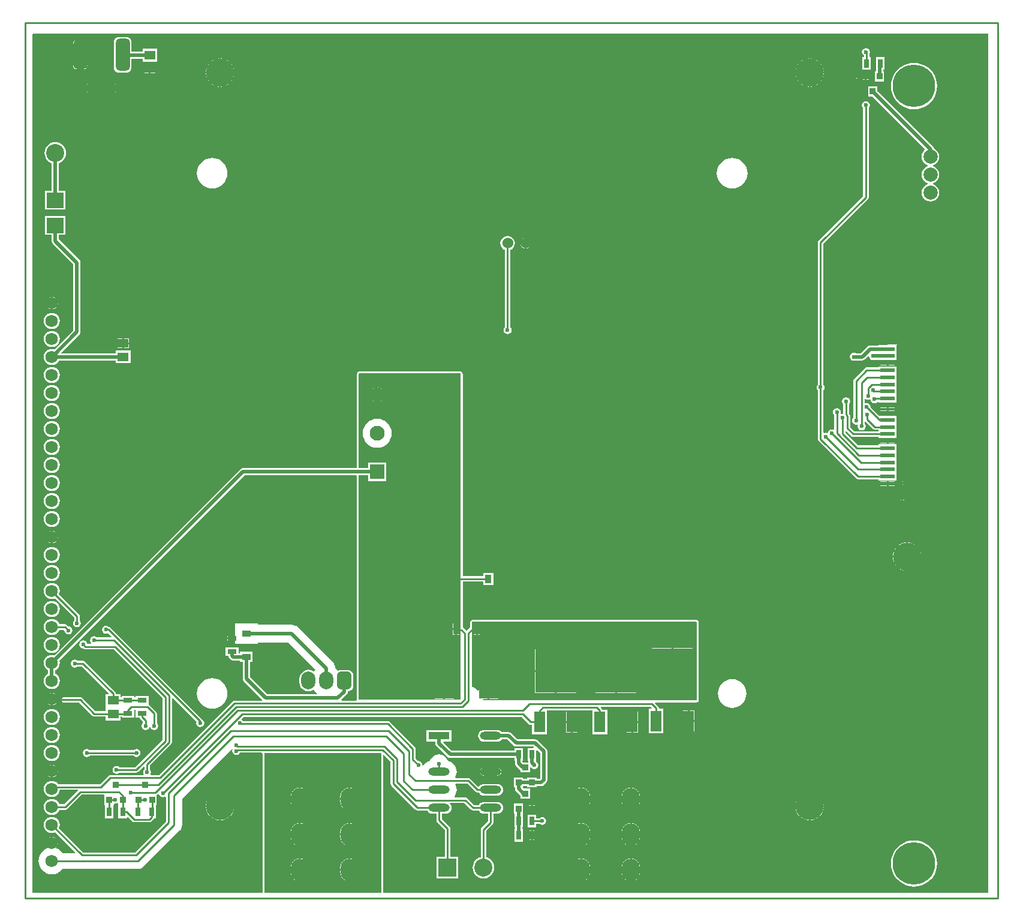
<source format=gtl>
G04*
G04 #@! TF.GenerationSoftware,Altium Limited,CircuitStudio,1.5.2 (1.5.2.30)*
G04*
G04 Layer_Physical_Order=1*
G04 Layer_Color=11767835*
%FSLAX44Y44*%
%MOMM*%
G71*
G01*
G75*
%ADD10R,0.2540X0.2540*%
%ADD11R,0.8128X0.9144*%
%ADD12R,0.9100X1.2200*%
%ADD13R,5.8000X6.2000*%
%ADD14R,1.6000X3.0000*%
%ADD15R,2.7500X7.8200*%
%ADD16R,0.9000X1.6000*%
%ADD17R,3.0000X1.1100*%
%ADD18O,3.0000X1.1100*%
%ADD19R,0.7000X1.3000*%
%ADD20R,2.0000X0.6000*%
%ADD21R,4.2000X0.7000*%
%ADD22R,1.6000X1.3000*%
%ADD23R,1.2200X0.9100*%
%ADD24R,1.3000X0.7000*%
%ADD25R,2.4000X2.1600*%
%ADD26C,0.2540*%
%ADD27C,0.5000*%
%ADD28C,0.2500*%
%ADD29C,1.7500*%
%ADD30C,6.0000*%
%ADD31O,2.5400X3.1750*%
%ADD32R,2.5400X2.5400*%
%ADD33C,2.5400*%
%ADD34C,4.0000*%
%ADD35C,2.0000*%
G04:AMPARAMS|DCode=36|XSize=2mm|YSize=4mm|CornerRadius=0.5mm|HoleSize=0mm|Usage=FLASHONLY|Rotation=180.000|XOffset=0mm|YOffset=0mm|HoleType=Round|Shape=RoundedRectangle|*
%AMROUNDEDRECTD36*
21,1,2.0000,3.0000,0,0,180.0*
21,1,1.0000,4.0000,0,0,180.0*
1,1,1.0000,-0.5000,1.5000*
1,1,1.0000,0.5000,1.5000*
1,1,1.0000,0.5000,-1.5000*
1,1,1.0000,-0.5000,-1.5000*
%
%ADD36ROUNDEDRECTD36*%
G04:AMPARAMS|DCode=37|XSize=2mm|YSize=4.5mm|CornerRadius=0.5mm|HoleSize=0mm|Usage=FLASHONLY|Rotation=0.000|XOffset=0mm|YOffset=0mm|HoleType=Round|Shape=RoundedRectangle|*
%AMROUNDEDRECTD37*
21,1,2.0000,3.5000,0,0,0.0*
21,1,1.0000,4.5000,0,0,0.0*
1,1,1.0000,0.5000,-1.7500*
1,1,1.0000,-0.5000,-1.7500*
1,1,1.0000,-0.5000,1.7500*
1,1,1.0000,0.5000,1.7500*
%
%ADD37ROUNDEDRECTD37*%
G04:AMPARAMS|DCode=38|XSize=2mm|YSize=4mm|CornerRadius=0.5mm|HoleSize=0mm|Usage=FLASHONLY|Rotation=90.000|XOffset=0mm|YOffset=0mm|HoleType=Round|Shape=RoundedRectangle|*
%AMROUNDEDRECTD38*
21,1,2.0000,3.0000,0,0,90.0*
21,1,1.0000,4.0000,0,0,90.0*
1,1,1.0000,1.5000,0.5000*
1,1,1.0000,1.5000,-0.5000*
1,1,1.0000,-1.5000,-0.5000*
1,1,1.0000,-1.5000,0.5000*
%
%ADD38ROUNDEDRECTD38*%
G04:AMPARAMS|DCode=39|XSize=2mm|YSize=2.5mm|CornerRadius=0.5mm|HoleSize=0mm|Usage=FLASHONLY|Rotation=0.000|XOffset=0mm|YOffset=0mm|HoleType=Round|Shape=RoundedRectangle|*
%AMROUNDEDRECTD39*
21,1,2.0000,1.5000,0,0,0.0*
21,1,1.0000,2.5000,0,0,0.0*
1,1,1.0000,0.5000,-0.7500*
1,1,1.0000,-0.5000,-0.7500*
1,1,1.0000,-0.5000,0.7500*
1,1,1.0000,0.5000,0.7500*
%
%ADD39ROUNDEDRECTD39*%
%ADD40O,2.0000X2.5000*%
%ADD41C,2.1000*%
%ADD42R,2.1000X2.1000*%
%ADD43C,1.5240*%
%ADD44R,2.5400X2.5400*%
%ADD45C,0.6000*%
G36*
X2214739Y2202000D02*
X2215336D01*
X2216147Y2201644D01*
X2216500Y2200849D01*
X2216500Y1915385D01*
Y1915385D01*
Y1906717D01*
Y1906717D01*
Y1884783D01*
Y1884783D01*
X2216500Y1851224D01*
X2216500Y1741898D01*
X2215602Y1741000D01*
X2072500Y1741000D01*
X2072500Y2057561D01*
X2085360D01*
Y2049660D01*
X2111440D01*
Y2075740D01*
X2085360D01*
Y2067839D01*
X2073398D01*
X2072500Y2068737D01*
X2072500Y2190955D01*
Y2197106D01*
Y2199891D01*
Y2200847D01*
X2072500Y2200847D01*
X2072508Y2200859D01*
X2072532Y2200917D01*
X2072532Y2200917D01*
X2072532Y2200917D01*
X2072677Y2201268D01*
X2072680Y2201282D01*
X2072681Y2201282D01*
X2072860Y2201462D01*
X2072861Y2201463D01*
X2073037Y2201639D01*
X2073217Y2201819D01*
X2073218Y2201819D01*
X2073218Y2201820D01*
X2073232Y2201823D01*
X2073450Y2201913D01*
X2073450Y2201913D01*
X2073450Y2201913D01*
X2073641Y2201992D01*
X2073653Y2202000D01*
X2073653Y2202000D01*
X2073908Y2202000D01*
X2073908Y2202000D01*
X2214739Y2202000D01*
D02*
G37*
G36*
X2548992Y1850953D02*
X2549192Y1850820D01*
X2549730Y1850282D01*
X2549863Y1850083D01*
X2549910Y1849847D01*
X2549910Y1740255D01*
X2549868Y1740042D01*
X2549655Y1740000D01*
X2491243D01*
X2491243D01*
X2247226Y1740000D01*
X2247082Y1741459D01*
X2247935Y1742400D01*
X2254530D01*
Y1780230D01*
X2242050D01*
Y1754638D01*
X2240780Y1754289D01*
X2237725Y1756797D01*
X2233983Y1758797D01*
X2232500Y1759246D01*
X2232500Y1843070D01*
Y1843070D01*
Y1850745D01*
X2232542Y1850958D01*
X2232755Y1851000D01*
X2548757Y1851000D01*
X2548992Y1850953D01*
D02*
G37*
G36*
X2961500Y2681000D02*
X2961500Y1469398D01*
X2960602Y1468500D01*
X2107860Y1468500D01*
X2106590Y1469770D01*
X2106590Y1662928D01*
X2107763Y1663414D01*
X2117331Y1653845D01*
Y1622284D01*
X2117627Y1620797D01*
X2118469Y1619537D01*
X2152103Y1585903D01*
X2153363Y1585061D01*
X2154850Y1584765D01*
X2169100D01*
X2169181Y1584570D01*
X2170478Y1582880D01*
X2172168Y1581583D01*
X2174136Y1580768D01*
X2176248Y1580490D01*
X2181813D01*
Y1570802D01*
X2182109Y1569315D01*
X2182951Y1568055D01*
X2193813Y1557193D01*
Y1519240D01*
X2182458D01*
Y1488760D01*
X2212938D01*
Y1519240D01*
X2201583D01*
Y1558802D01*
X2201336Y1560042D01*
X2201287Y1560288D01*
X2200445Y1561549D01*
X2189583Y1572411D01*
Y1580490D01*
X2195148D01*
X2197260Y1580768D01*
X2199228Y1581583D01*
X2200918Y1582880D01*
X2202215Y1584570D01*
X2203030Y1586538D01*
X2203308Y1588650D01*
X2203030Y1590762D01*
X2202215Y1592730D01*
X2201167Y1594095D01*
X2201627Y1595365D01*
X2221391D01*
X2230853Y1585903D01*
X2232113Y1585061D01*
X2233600Y1584765D01*
X2242000D01*
X2242081Y1584570D01*
X2243378Y1582880D01*
X2245068Y1581583D01*
X2247036Y1580768D01*
X2249148Y1580490D01*
X2254713D01*
Y1569457D01*
X2245751Y1560495D01*
X2244909Y1559234D01*
X2244613Y1557748D01*
Y1518747D01*
X2242638Y1518148D01*
X2239990Y1516733D01*
X2237670Y1514828D01*
X2235765Y1512508D01*
X2234350Y1509860D01*
X2233479Y1506988D01*
X2233184Y1504000D01*
X2233479Y1501012D01*
X2234350Y1498140D01*
X2235765Y1495492D01*
X2237670Y1493172D01*
X2239990Y1491267D01*
X2242638Y1489852D01*
X2245510Y1488981D01*
X2248498Y1488686D01*
X2251485Y1488981D01*
X2254358Y1489852D01*
X2257006Y1491267D01*
X2259326Y1493172D01*
X2261231Y1495492D01*
X2262646Y1498140D01*
X2263517Y1501012D01*
X2263812Y1504000D01*
X2263517Y1506988D01*
X2262646Y1509860D01*
X2261231Y1512508D01*
X2259326Y1514828D01*
X2257006Y1516733D01*
X2254358Y1518148D01*
X2252383Y1518747D01*
Y1556139D01*
X2261345Y1565101D01*
X2262187Y1566361D01*
X2262483Y1567848D01*
Y1580490D01*
X2268048D01*
X2270160Y1580768D01*
X2272128Y1581583D01*
X2273818Y1582880D01*
X2275115Y1584570D01*
X2275930Y1586538D01*
X2276208Y1588650D01*
X2275930Y1590762D01*
X2275115Y1592730D01*
X2273818Y1594420D01*
X2272128Y1595717D01*
X2270160Y1596532D01*
X2268048Y1596810D01*
X2249148D01*
X2247036Y1596532D01*
X2245068Y1595717D01*
X2243378Y1594420D01*
X2242081Y1592730D01*
X2242000Y1592535D01*
X2235209D01*
X2225747Y1601997D01*
X2224487Y1602839D01*
X2223000Y1603134D01*
X2207791D01*
X2207248Y1604283D01*
X2208140Y1605369D01*
X2209584Y1608071D01*
X2210473Y1611002D01*
X2210773Y1614050D01*
X2210473Y1617098D01*
X2209584Y1620029D01*
X2208747Y1621595D01*
X2209508Y1622865D01*
X2225391D01*
X2236953Y1611303D01*
X2238213Y1610461D01*
X2239700Y1610165D01*
X2242000D01*
X2242081Y1609970D01*
X2243378Y1608280D01*
X2245068Y1606983D01*
X2247036Y1606168D01*
X2249148Y1605890D01*
X2268048D01*
X2270160Y1606168D01*
X2272128Y1606983D01*
X2273818Y1608280D01*
X2275115Y1609970D01*
X2275930Y1611938D01*
X2276208Y1614050D01*
X2275930Y1616162D01*
X2275115Y1618130D01*
X2273818Y1619820D01*
X2272128Y1621117D01*
X2270160Y1621932D01*
X2268048Y1622210D01*
X2249148D01*
X2247036Y1621932D01*
X2245068Y1621117D01*
X2243378Y1619820D01*
X2242352Y1618482D01*
X2241128Y1618348D01*
X2240827Y1618416D01*
X2229747Y1629497D01*
X2228486Y1630339D01*
X2227000Y1630634D01*
X2209508D01*
X2208747Y1631904D01*
X2209584Y1633470D01*
X2210473Y1636402D01*
X2210773Y1639450D01*
X2210473Y1642498D01*
X2209584Y1645430D01*
X2208140Y1648131D01*
X2206197Y1650499D01*
X2203829Y1652442D01*
X2201127Y1653886D01*
X2198196Y1654775D01*
X2197999Y1654794D01*
X2196855Y1657556D01*
X2194772Y1660272D01*
X2192056Y1662355D01*
X2188893Y1663665D01*
X2185500Y1664112D01*
X2182106Y1663665D01*
X2178944Y1662355D01*
X2176228Y1660272D01*
X2174144Y1657556D01*
X2172963Y1654703D01*
X2170269Y1653886D01*
X2167567Y1652442D01*
X2165199Y1650499D01*
X2163256Y1648131D01*
X2162070Y1648607D01*
X2162149Y1649000D01*
X2161719Y1651162D01*
X2160494Y1652994D01*
X2158662Y1654218D01*
X2156500Y1654648D01*
X2156371Y1654623D01*
X2152634Y1658359D01*
Y1671826D01*
X2152339Y1673313D01*
X2151497Y1674573D01*
X2116323Y1709747D01*
X2115063Y1710589D01*
X2113576Y1710885D01*
X1909235D01*
X1908494Y1711994D01*
X1907091Y1712932D01*
X1906759Y1714396D01*
X1909238Y1716875D01*
X1928629D01*
X1928881Y1716925D01*
X1934119D01*
X1934371Y1716875D01*
X2302131D01*
X2312263Y1706743D01*
X2313523Y1705901D01*
X2315010Y1705606D01*
X2317053D01*
Y1691950D01*
X2338133D01*
Y1726115D01*
X2402052D01*
Y1691950D01*
X2423132D01*
Y1726500D01*
Y1727030D01*
X2416254D01*
X2416181Y1727394D01*
X2415339Y1728654D01*
X2413972Y1730022D01*
X2414458Y1731195D01*
X2484811D01*
X2486293Y1729713D01*
X2485807Y1728540D01*
X2481560D01*
Y1725602D01*
Y1693460D01*
X2502640D01*
Y1726500D01*
Y1728540D01*
X2495985D01*
Y1729400D01*
X2495689Y1730887D01*
X2494847Y1732147D01*
X2490757Y1736237D01*
X2491098Y1737061D01*
X2491380Y1737410D01*
X2549655D01*
X2549905Y1737460D01*
X2550160D01*
X2550373Y1737502D01*
X2550373D01*
X2550609Y1737600D01*
X2550646Y1737607D01*
X2550678Y1737629D01*
X2550693Y1737635D01*
X2551306Y1737889D01*
X2552021Y1738604D01*
X2552021Y1738604D01*
X2552247Y1739150D01*
X2552281Y1739232D01*
X2552303Y1739264D01*
X2552310Y1739301D01*
X2552408Y1739537D01*
Y1739537D01*
X2552450Y1739750D01*
Y1740005D01*
X2552500Y1740255D01*
X2552500Y1849847D01*
X2552450Y1850097D01*
X2552450Y1850352D01*
X2552403Y1850588D01*
X2552403Y1850588D01*
X2552305Y1850824D01*
X2552303Y1850838D01*
X2552294Y1850850D01*
X2552215Y1851041D01*
X2552125Y1851259D01*
X2552122Y1851273D01*
X2552114Y1851286D01*
X2552016Y1851521D01*
X2552016Y1851521D01*
X2551883Y1851721D01*
X2551703Y1851901D01*
X2551561Y1852113D01*
X2551024Y1852651D01*
X2550811Y1852793D01*
X2550631Y1852973D01*
X2550431Y1853106D01*
X2550431Y1853107D01*
X2550196Y1853204D01*
X2550183Y1853212D01*
X2550169Y1853215D01*
X2549818Y1853360D01*
X2549760Y1853384D01*
X2549748Y1853393D01*
X2549733Y1853396D01*
X2549498Y1853493D01*
X2549498D01*
X2549262Y1853540D01*
X2549007D01*
X2548757Y1853590D01*
X2232755Y1853590D01*
X2232505Y1853540D01*
X2232250D01*
X2232037Y1853498D01*
X2231801Y1853400D01*
X2231764Y1853392D01*
X2231732Y1853371D01*
X2231104Y1853111D01*
X2230389Y1852396D01*
X2230129Y1851768D01*
X2230107Y1851736D01*
X2230100Y1851698D01*
X2230002Y1851463D01*
X2229960Y1851250D01*
Y1850995D01*
X2229910Y1850745D01*
Y1843070D01*
X2229023Y1842477D01*
X2224500Y1837954D01*
X2219977Y1842477D01*
X2219090Y1843070D01*
Y1851224D01*
X2219090Y1884783D01*
Y1884783D01*
Y1906717D01*
Y1906717D01*
Y1907615D01*
X2248310D01*
Y1902860D01*
X2262490D01*
Y1920140D01*
X2248310D01*
Y1915385D01*
X2219090D01*
X2219090Y2200849D01*
X2219083Y2200881D01*
X2219089Y2200913D01*
X2218985Y2201376D01*
X2218893Y2201841D01*
X2218875Y2201868D01*
X2218867Y2201899D01*
X2218515Y2202694D01*
X2218257Y2203060D01*
X2218015Y2203439D01*
X2217967Y2203472D01*
X2217933Y2203520D01*
X2217554Y2203760D01*
X2217186Y2204017D01*
X2216375Y2204372D01*
X2216349Y2204378D01*
X2216327Y2204393D01*
X2215856Y2204486D01*
X2215388Y2204589D01*
X2215362Y2204585D01*
X2215336Y2204590D01*
X2214739D01*
X2073908Y2204590D01*
X2073908Y2204590D01*
X2073653Y2204590D01*
X2073403Y2204540D01*
X2073148Y2204540D01*
X2073147Y2204539D01*
X2073145D01*
X2073145Y2204539D01*
X2072911Y2204442D01*
X2072883Y2204436D01*
X2072866Y2204436D01*
X2072855Y2204431D01*
X2072662Y2204393D01*
X2072650Y2204384D01*
X2072650Y2204384D01*
X2072459Y2204306D01*
X2072241Y2204215D01*
X2072241Y2204215D01*
X2072227Y2204212D01*
X2072225Y2204211D01*
X2072222Y2204210D01*
X2072222Y2204210D01*
X2072013Y2204070D01*
X2071781Y2203974D01*
X2071781Y2203974D01*
X2071780Y2203974D01*
X2071780Y2203974D01*
X2071762Y2203956D01*
X2071599Y2203793D01*
X2071386Y2203651D01*
X2071206Y2203471D01*
X2071206Y2203471D01*
X2071206Y2203470D01*
X2071030Y2203294D01*
X2071029Y2203293D01*
X2071029Y2203293D01*
X2070849Y2203113D01*
X2070736Y2202944D01*
X2070586Y2202805D01*
X2070586Y2202805D01*
X2070564Y2202757D01*
X2070526Y2202719D01*
X2070429Y2202484D01*
X2070288Y2202273D01*
X2070285Y2202259D01*
X2070285Y2202259D01*
X2070139Y2201908D01*
X2070116Y2201850D01*
X2070116Y2201850D01*
X2070107Y2201838D01*
X2070058Y2201589D01*
X2069961Y2201355D01*
X2069960Y2201355D01*
Y2201354D01*
X2069960Y2201353D01*
X2069960Y2201098D01*
X2069910Y2200847D01*
Y2199891D01*
Y2197106D01*
Y2190955D01*
X2069910Y2068737D01*
X2069173Y2067839D01*
X1908800D01*
X1906833Y2067448D01*
X1905166Y2066334D01*
X1642502Y1803669D01*
X1641947Y1803899D01*
X1639000Y1804287D01*
X1636053Y1803899D01*
X1633306Y1802762D01*
X1630948Y1800952D01*
X1629138Y1798594D01*
X1628001Y1795847D01*
X1627613Y1792900D01*
X1628001Y1789953D01*
X1629138Y1787206D01*
X1630948Y1784848D01*
X1633306Y1783038D01*
X1633861Y1782808D01*
Y1777592D01*
X1633306Y1777362D01*
X1630948Y1775552D01*
X1629138Y1773194D01*
X1628001Y1770447D01*
X1627613Y1767500D01*
X1628001Y1764553D01*
X1629138Y1761806D01*
X1630948Y1759448D01*
X1633306Y1757638D01*
X1636053Y1756501D01*
X1639000Y1756113D01*
X1641947Y1756501D01*
X1644694Y1757638D01*
X1647052Y1759448D01*
X1648862Y1761806D01*
X1649999Y1764553D01*
X1650387Y1767500D01*
X1649999Y1770447D01*
X1648862Y1773194D01*
X1647052Y1775552D01*
X1644694Y1777362D01*
X1644139Y1777592D01*
Y1782808D01*
X1644694Y1783038D01*
X1647052Y1784848D01*
X1648862Y1787206D01*
X1649999Y1789953D01*
X1650387Y1792900D01*
X1649999Y1795847D01*
X1649769Y1796402D01*
X1910928Y2057561D01*
X2069012D01*
X2069910Y2056663D01*
X2069910Y1741000D01*
X2068837Y1739885D01*
X2048311D01*
X2047825Y1741058D01*
X2055534Y1748766D01*
X2056648Y1750434D01*
X2057039Y1752400D01*
Y1752913D01*
X2058868Y1753154D01*
X2060703Y1753914D01*
X2062278Y1755122D01*
X2063486Y1756698D01*
X2064246Y1758532D01*
X2064505Y1760500D01*
Y1775500D01*
X2064246Y1777468D01*
X2063486Y1779303D01*
X2062278Y1780878D01*
X2060703Y1782086D01*
X2058868Y1782846D01*
X2056900Y1783105D01*
X2046900D01*
X2044932Y1782846D01*
X2043098Y1782086D01*
X2042954Y1781976D01*
X2040711Y1784711D01*
X2039041Y1786081D01*
X2038728Y1788456D01*
X2038678Y1788836D01*
X2037419Y1791877D01*
X2035415Y1794488D01*
X1986638Y1843265D01*
X1984026Y1845269D01*
X1983136Y1845638D01*
X1980986Y1846528D01*
X1977723Y1846958D01*
X1929600D01*
Y1848900D01*
X1897400D01*
Y1831250D01*
X1894770D01*
Y1827750D01*
Y1824250D01*
X1897400D01*
Y1819800D01*
X1929600D01*
Y1821742D01*
X1972500D01*
X2011046Y1783196D01*
X2009790Y1781665D01*
X2009485Y1781093D01*
X2008243Y1780825D01*
X2007424Y1781454D01*
X2004374Y1782717D01*
X2001100Y1783148D01*
X1997826Y1782717D01*
X1994776Y1781454D01*
X1992156Y1779444D01*
X1990146Y1776824D01*
X1988883Y1773774D01*
X1988452Y1770500D01*
Y1765500D01*
X1988883Y1762226D01*
X1990146Y1759176D01*
X1992156Y1756556D01*
X1994776Y1754546D01*
X1997826Y1753283D01*
X2001100Y1752852D01*
X2004374Y1753283D01*
X2007424Y1754546D01*
X2008243Y1755175D01*
X2009485Y1754907D01*
X2009790Y1754335D01*
X2012289Y1751289D01*
X2014142Y1749769D01*
X2013688Y1748499D01*
X1943268D01*
X1918639Y1773129D01*
Y1794560D01*
X1922140D01*
Y1808740D01*
X1904860D01*
Y1806789D01*
X1902540D01*
Y1814790D01*
X1884460D01*
Y1802710D01*
X1888419D01*
X1888752Y1801033D01*
X1889866Y1799366D01*
X1891216Y1798016D01*
X1892883Y1796902D01*
X1894850Y1796511D01*
X1904860D01*
Y1794560D01*
X1908361D01*
Y1771000D01*
X1908752Y1769034D01*
X1909866Y1767366D01*
X1936125Y1741108D01*
X1935639Y1739935D01*
X1922367D01*
X1922115Y1739885D01*
X1897132D01*
X1895645Y1739589D01*
X1894385Y1738747D01*
X1790523Y1634885D01*
X1778941D01*
X1778262Y1636155D01*
X1778719Y1636838D01*
X1779149Y1639000D01*
X1778719Y1641162D01*
X1777494Y1642994D01*
X1777385Y1643067D01*
Y1648391D01*
X1807327Y1678333D01*
X1808169Y1679593D01*
X1808465Y1681080D01*
Y1743251D01*
X1809638Y1743737D01*
X1843270Y1710105D01*
X1842852Y1708000D01*
X1843281Y1705838D01*
X1844506Y1704006D01*
X1846338Y1702781D01*
X1848500Y1702352D01*
X1850662Y1702781D01*
X1852494Y1704006D01*
X1853719Y1705838D01*
X1854149Y1708000D01*
X1853719Y1710162D01*
X1852494Y1711994D01*
X1851594Y1712595D01*
X1851247Y1713115D01*
X1721615Y1842747D01*
X1720355Y1843589D01*
X1719674Y1843724D01*
X1719494Y1843994D01*
X1717662Y1845219D01*
X1715500Y1845648D01*
X1713338Y1845219D01*
X1711506Y1843994D01*
X1710281Y1842162D01*
X1709852Y1840000D01*
X1710281Y1837838D01*
X1711506Y1836006D01*
X1713338Y1834781D01*
X1715500Y1834351D01*
X1717662Y1834781D01*
X1718220Y1835155D01*
X1723317Y1830058D01*
X1722831Y1828885D01*
X1702567D01*
X1702494Y1828994D01*
X1700662Y1830219D01*
X1698500Y1830648D01*
X1696338Y1830219D01*
X1694506Y1828994D01*
X1693281Y1827162D01*
X1692852Y1825000D01*
X1693281Y1822838D01*
X1694406Y1821155D01*
X1694072Y1819885D01*
X1688972D01*
X1688719Y1821162D01*
X1687494Y1822994D01*
X1685662Y1824219D01*
X1683500Y1824648D01*
X1681338Y1824219D01*
X1679506Y1822994D01*
X1678281Y1821162D01*
X1677852Y1819000D01*
X1678281Y1816838D01*
X1679506Y1815006D01*
X1681338Y1813781D01*
X1683500Y1813351D01*
X1683629Y1813377D01*
X1683753Y1813253D01*
X1685013Y1812411D01*
X1686500Y1812115D01*
X1726891D01*
X1795615Y1743391D01*
Y1684793D01*
X1756707Y1645885D01*
X1734567D01*
X1734494Y1645994D01*
X1732662Y1647218D01*
X1730500Y1647648D01*
X1728338Y1647218D01*
X1726506Y1645994D01*
X1725281Y1644162D01*
X1724852Y1642000D01*
X1725281Y1639838D01*
X1726506Y1638006D01*
X1728338Y1636781D01*
X1730500Y1636351D01*
X1732662Y1636781D01*
X1734494Y1638006D01*
X1734567Y1638115D01*
X1758316D01*
X1759802Y1638411D01*
X1761063Y1639253D01*
X1768442Y1646633D01*
X1769615Y1646147D01*
Y1643067D01*
X1769506Y1642994D01*
X1768282Y1641162D01*
X1767852Y1639000D01*
X1768282Y1636838D01*
X1768738Y1636155D01*
X1768060Y1634885D01*
X1721500D01*
X1720013Y1634589D01*
X1718753Y1633747D01*
X1706891Y1621885D01*
X1648025D01*
X1647052Y1623152D01*
X1644694Y1624962D01*
X1641947Y1626099D01*
X1639000Y1626487D01*
X1636053Y1626099D01*
X1633306Y1624962D01*
X1630948Y1623152D01*
X1629138Y1620794D01*
X1628001Y1618047D01*
X1627613Y1615100D01*
X1628001Y1612153D01*
X1629138Y1609406D01*
X1630948Y1607048D01*
X1633306Y1605238D01*
X1636053Y1604101D01*
X1639000Y1603713D01*
X1641947Y1604101D01*
X1644694Y1605238D01*
X1647052Y1607048D01*
X1648862Y1609406D01*
X1649999Y1612153D01*
X1650258Y1614115D01*
X1675510D01*
X1676036Y1612845D01*
X1656775Y1593585D01*
X1649611D01*
X1648862Y1595394D01*
X1647052Y1597752D01*
X1644694Y1599562D01*
X1641947Y1600699D01*
X1639000Y1601087D01*
X1636053Y1600699D01*
X1633306Y1599562D01*
X1630948Y1597752D01*
X1629138Y1595394D01*
X1628001Y1592647D01*
X1627613Y1589700D01*
X1628001Y1586753D01*
X1629138Y1584006D01*
X1630948Y1581648D01*
X1633306Y1579838D01*
X1636053Y1578701D01*
X1639000Y1578313D01*
X1641947Y1578701D01*
X1644694Y1579838D01*
X1647052Y1581648D01*
X1648862Y1584006D01*
X1649611Y1585815D01*
X1658384D01*
X1659871Y1586111D01*
X1661131Y1586953D01*
X1681293Y1607115D01*
X1712088D01*
X1713320Y1607024D01*
Y1592800D01*
X1713320D01*
X1713960Y1592040D01*
Y1573960D01*
X1726040D01*
Y1591729D01*
X1726528Y1592800D01*
D01*
X1726793Y1593960D01*
X1727510Y1594548D01*
X1728502Y1594351D01*
X1730663Y1594781D01*
X1731352Y1595241D01*
X1732472Y1594642D01*
Y1592800D01*
X1732472D01*
X1732960Y1592040D01*
Y1573960D01*
X1745040D01*
Y1575307D01*
X1746213Y1575793D01*
X1752753Y1569253D01*
X1754013Y1568411D01*
X1755500Y1568115D01*
X1776500D01*
X1777987Y1568411D01*
X1779247Y1569253D01*
X1782747Y1572753D01*
X1783553Y1573960D01*
X1786040D01*
Y1592040D01*
X1786995Y1592800D01*
X1787180D01*
Y1606540D01*
X1788247Y1607253D01*
X1789103Y1608109D01*
X1790481Y1607691D01*
X1790651Y1606838D01*
X1791875Y1605006D01*
X1793708Y1603781D01*
X1795869Y1603351D01*
X1798031Y1603781D01*
X1798805Y1604299D01*
X1800075Y1603620D01*
Y1569140D01*
X1756355Y1525420D01*
X1683374D01*
X1649250Y1559544D01*
X1649999Y1561353D01*
X1650387Y1564300D01*
X1649999Y1567247D01*
X1648862Y1569994D01*
X1647052Y1572352D01*
X1644694Y1574162D01*
X1641947Y1575299D01*
X1639000Y1575687D01*
X1636053Y1575299D01*
X1633306Y1574162D01*
X1630948Y1572352D01*
X1629138Y1569994D01*
X1628001Y1567247D01*
X1627613Y1564300D01*
X1628001Y1561353D01*
X1629138Y1558606D01*
X1630948Y1556248D01*
X1633306Y1554438D01*
X1636053Y1553301D01*
X1639000Y1552913D01*
X1641947Y1553301D01*
X1643756Y1554050D01*
X1671766Y1526041D01*
X1671280Y1524867D01*
X1653927D01*
X1652322Y1526822D01*
X1649467Y1529165D01*
X1646210Y1530907D01*
X1645208Y1531210D01*
X1644981Y1532460D01*
X1645241Y1532659D01*
X1646643Y1534487D01*
X1647525Y1536616D01*
X1647658Y1537630D01*
X1639000D01*
X1630342D01*
X1630475Y1536616D01*
X1631357Y1534487D01*
X1632759Y1532659D01*
X1633019Y1532460D01*
X1632792Y1531210D01*
X1631790Y1530907D01*
X1628533Y1529165D01*
X1625678Y1526822D01*
X1623335Y1523967D01*
X1621593Y1520710D01*
X1620521Y1517176D01*
X1620159Y1513500D01*
X1620521Y1509824D01*
X1621593Y1506290D01*
X1623335Y1503033D01*
X1625678Y1500178D01*
X1628533Y1497834D01*
X1631790Y1496093D01*
X1635324Y1495021D01*
X1639000Y1494659D01*
X1642676Y1495021D01*
X1646210Y1496093D01*
X1649467Y1497834D01*
X1652322Y1500178D01*
X1653927Y1502133D01*
X1760592D01*
X1763534Y1502520D01*
X1766276Y1503656D01*
X1768630Y1505462D01*
X1819538Y1556370D01*
X1821344Y1558724D01*
X1822480Y1561466D01*
X1822867Y1564408D01*
Y1601292D01*
X1893436Y1671860D01*
X1894423Y1671051D01*
X1894281Y1670840D01*
X1893851Y1668678D01*
X1894281Y1666516D01*
X1895506Y1664684D01*
X1897338Y1663459D01*
X1899500Y1663029D01*
X1901662Y1663459D01*
X1903494Y1664684D01*
X1904718Y1666516D01*
X1904720Y1666523D01*
X1935357D01*
X1936410Y1665253D01*
X1936410Y1469398D01*
X1935673Y1468500D01*
X1611500D01*
X1611500Y2680102D01*
X1612398Y2681000D01*
X2961500Y2681000D01*
D02*
G37*
G36*
X2104000Y1665102D02*
X2104000Y1468500D01*
X1939898D01*
X1939000Y1469398D01*
X1939000Y1666000D01*
X2103102D01*
X2104000Y1665102D01*
D02*
G37*
%LPC*%
G36*
X2536630Y1709730D02*
X2529900D01*
Y1696000D01*
X2536630D01*
Y1709730D01*
D02*
G37*
G36*
X2545900D02*
X2539170D01*
Y1696000D01*
X2545900D01*
Y1709730D01*
D02*
G37*
G36*
X1639000Y1728087D02*
X1636053Y1727699D01*
X1633306Y1726562D01*
X1630948Y1724752D01*
X1629138Y1722394D01*
X1628001Y1719647D01*
X1627613Y1716700D01*
X1628001Y1713753D01*
X1629138Y1711006D01*
X1630948Y1708648D01*
X1633306Y1706838D01*
X1636053Y1705701D01*
X1639000Y1705313D01*
X1641947Y1705701D01*
X1644694Y1706838D01*
X1647052Y1708648D01*
X1648862Y1711006D01*
X1649999Y1713753D01*
X1650387Y1716700D01*
X1649999Y1719647D01*
X1648862Y1722394D01*
X1647052Y1724752D01*
X1644694Y1726562D01*
X1641947Y1727699D01*
X1639000Y1728087D01*
D02*
G37*
G36*
X2466393Y1708220D02*
X2459662D01*
Y1694490D01*
X2466393D01*
Y1708220D01*
D02*
G37*
G36*
X2372123D02*
X2365393D01*
Y1694490D01*
X2372123D01*
Y1708220D01*
D02*
G37*
G36*
X2381393D02*
X2374663D01*
Y1694490D01*
X2381393D01*
Y1708220D01*
D02*
G37*
G36*
X2457122D02*
X2450392D01*
Y1694490D01*
X2457122D01*
Y1708220D01*
D02*
G37*
G36*
X2372123Y1724490D02*
X2365393D01*
Y1710760D01*
X2372123D01*
Y1724490D01*
D02*
G37*
G36*
X2536630Y1726000D02*
X2529900D01*
Y1725230D01*
Y1712270D01*
X2536630D01*
Y1726000D01*
D02*
G37*
G36*
X2545900D02*
X2539170D01*
Y1712270D01*
X2545900D01*
Y1726000D01*
D02*
G37*
G36*
X1671500Y1797648D02*
X1669338Y1797219D01*
X1667506Y1795994D01*
X1666281Y1794162D01*
X1665851Y1792000D01*
X1666281Y1789838D01*
X1667506Y1788006D01*
X1669338Y1786781D01*
X1671500Y1786351D01*
X1673662Y1786781D01*
X1675494Y1788006D01*
X1675567Y1788115D01*
X1681391D01*
X1719298Y1750208D01*
X1718812Y1749034D01*
X1714970D01*
Y1730954D01*
X1714970D01*
Y1730034D01*
X1714970D01*
Y1724879D01*
X1700614D01*
X1681747Y1743747D01*
X1680486Y1744589D01*
X1679000Y1744884D01*
X1656500D01*
X1655013Y1744589D01*
X1653753Y1743747D01*
X1652911Y1742486D01*
X1652615Y1741000D01*
X1652911Y1739513D01*
X1653753Y1738253D01*
X1655013Y1737411D01*
X1656500Y1737115D01*
X1677391D01*
X1696258Y1718248D01*
X1697519Y1717406D01*
X1697765Y1717357D01*
X1699005Y1717110D01*
X1714970D01*
Y1711954D01*
X1736050D01*
Y1717110D01*
X1737460D01*
Y1715460D01*
X1755540D01*
Y1727115D01*
X1757460D01*
Y1715460D01*
X1762868D01*
X1762911Y1715243D01*
X1763753Y1713983D01*
X1767617Y1710119D01*
Y1708066D01*
X1767507Y1707993D01*
X1766283Y1706160D01*
X1765853Y1703999D01*
X1766283Y1701837D01*
X1767507Y1700005D01*
X1769340Y1698780D01*
X1771501Y1698350D01*
X1773663Y1698780D01*
X1775496Y1700005D01*
X1776720Y1701837D01*
X1776854Y1702511D01*
X1778149D01*
X1778283Y1701837D01*
X1779507Y1700005D01*
X1781340Y1698780D01*
X1783501Y1698350D01*
X1785663Y1698780D01*
X1787496Y1700005D01*
X1788720Y1701837D01*
X1789150Y1703999D01*
X1788720Y1706160D01*
X1787496Y1707993D01*
X1787386Y1708066D01*
Y1721498D01*
X1787139Y1722738D01*
X1787090Y1722985D01*
X1786248Y1724245D01*
X1776747Y1733747D01*
X1775540Y1734553D01*
Y1746540D01*
X1757460D01*
Y1744385D01*
X1755540D01*
Y1746540D01*
X1737460D01*
Y1744385D01*
X1736050D01*
Y1749034D01*
X1729395D01*
Y1749489D01*
X1729148Y1750729D01*
X1729099Y1750976D01*
X1728257Y1752236D01*
X1685747Y1794747D01*
X1684486Y1795589D01*
X1683000Y1795885D01*
X1675567D01*
X1675494Y1795994D01*
X1673662Y1797219D01*
X1671500Y1797648D01*
D02*
G37*
G36*
X2381393Y1724490D02*
X2374663D01*
Y1710760D01*
X2381393D01*
Y1724490D01*
D02*
G37*
G36*
X1865400Y1771544D02*
X1861177Y1771128D01*
X1857117Y1769897D01*
X1853375Y1767897D01*
X1850095Y1765205D01*
X1847404Y1761925D01*
X1845403Y1758183D01*
X1844172Y1754123D01*
X1843756Y1749900D01*
X1844172Y1745677D01*
X1845403Y1741617D01*
X1847404Y1737875D01*
X1850095Y1734595D01*
X1853375Y1731904D01*
X1857117Y1729903D01*
X1861177Y1728672D01*
X1865400Y1728256D01*
X1869623Y1728672D01*
X1873683Y1729903D01*
X1877425Y1731904D01*
X1880705Y1734595D01*
X1883396Y1737875D01*
X1885397Y1741617D01*
X1886628Y1745677D01*
X1887044Y1749900D01*
X1886628Y1754123D01*
X1885397Y1758183D01*
X1883396Y1761925D01*
X1880705Y1765205D01*
X1877425Y1767897D01*
X1873683Y1769897D01*
X1869623Y1771128D01*
X1865400Y1771544D01*
D02*
G37*
G36*
X2457122Y1724490D02*
X2450392D01*
Y1710760D01*
X2457122D01*
Y1724490D01*
D02*
G37*
G36*
X2466393D02*
X2459662D01*
Y1710760D01*
X2466393D01*
Y1724490D01*
D02*
G37*
G36*
X1639000Y1702687D02*
X1636053Y1702299D01*
X1633306Y1701162D01*
X1630948Y1699352D01*
X1629138Y1696994D01*
X1628001Y1694247D01*
X1627613Y1691300D01*
X1628001Y1688353D01*
X1629138Y1685606D01*
X1630948Y1683248D01*
X1633306Y1681438D01*
X1636053Y1680301D01*
X1639000Y1679913D01*
X1641947Y1680301D01*
X1644694Y1681438D01*
X1647052Y1683248D01*
X1648862Y1685606D01*
X1649999Y1688353D01*
X1650387Y1691300D01*
X1649999Y1694247D01*
X1648862Y1696994D01*
X1647052Y1699352D01*
X1644694Y1701162D01*
X1641947Y1702299D01*
X1639000Y1702687D01*
D02*
G37*
G36*
X1637730Y1639230D02*
X1630342D01*
X1630475Y1638216D01*
X1631357Y1636087D01*
X1632759Y1634259D01*
X1634587Y1632857D01*
X1636716Y1631975D01*
X1637730Y1631842D01*
Y1639230D01*
D02*
G37*
G36*
X1647658D02*
X1640270D01*
Y1631842D01*
X1641284Y1631975D01*
X1643413Y1632857D01*
X1645241Y1634259D01*
X1646643Y1636087D01*
X1647525Y1638216D01*
X1647658Y1639230D01*
D02*
G37*
G36*
X2257328Y1638180D02*
X2243742D01*
X2243920Y1637285D01*
X2245147Y1635449D01*
X2246983Y1634222D01*
X2249148Y1633791D01*
X2257328D01*
Y1638180D01*
D02*
G37*
G36*
X2060322Y1616817D02*
Y1602270D01*
X2071862D01*
Y1604175D01*
X2071425Y1607490D01*
X2070145Y1610580D01*
X2068110Y1613233D01*
X2065457Y1615268D01*
X2062367Y1616548D01*
X2060322Y1616817D01*
D02*
G37*
G36*
X1987678Y1616817D02*
X1985633Y1616548D01*
X1982543Y1615268D01*
X1979890Y1613233D01*
X1977855Y1610580D01*
X1976575Y1607490D01*
X1976138Y1604175D01*
Y1602270D01*
X1987678D01*
Y1616817D01*
D02*
G37*
G36*
X2057782D02*
X2055737Y1616548D01*
X2052647Y1615268D01*
X2049994Y1613233D01*
X2047959Y1610580D01*
X2046679Y1607490D01*
X2046242Y1604175D01*
Y1602270D01*
X2057782D01*
Y1616817D01*
D02*
G37*
G36*
X1990218Y1616817D02*
Y1602270D01*
X2001758D01*
Y1604175D01*
X2001321Y1607490D01*
X2000041Y1610580D01*
X1998006Y1613233D01*
X1995353Y1615268D01*
X1992263Y1616548D01*
X1990218Y1616817D01*
D02*
G37*
G36*
X2273454Y1638180D02*
X2259868D01*
Y1633791D01*
X2268048D01*
X2270213Y1634222D01*
X2272049Y1635449D01*
X2273276Y1637285D01*
X2273454Y1638180D01*
D02*
G37*
G36*
X2268048Y1698410D02*
X2249148D01*
X2247036Y1698132D01*
X2245068Y1697317D01*
X2243378Y1696020D01*
X2242081Y1694330D01*
X2241266Y1692362D01*
X2240988Y1690250D01*
X2241266Y1688138D01*
X2242081Y1686170D01*
X2243378Y1684480D01*
X2245068Y1683183D01*
X2247036Y1682368D01*
X2249148Y1682090D01*
X2268048D01*
X2270160Y1682368D01*
X2272128Y1683183D01*
X2273818Y1684480D01*
X2274302Y1685111D01*
X2282121D01*
X2290866Y1676366D01*
X2292534Y1675252D01*
X2294500Y1674861D01*
X2319008D01*
X2319436Y1674310D01*
X2318814Y1673040D01*
X2310960D01*
Y1654960D01*
X2311861D01*
Y1652700D01*
X2304067D01*
X2303139Y1653629D01*
Y1654960D01*
X2304040D01*
Y1673040D01*
X2291960D01*
Y1669139D01*
X2203629D01*
X2191877Y1680890D01*
X2192403Y1682160D01*
X2203238D01*
Y1698340D01*
X2168158D01*
Y1682160D01*
X2180559D01*
Y1679802D01*
X2180950Y1677836D01*
X2182064Y1676168D01*
X2197866Y1660366D01*
X2199534Y1659252D01*
X2201500Y1658861D01*
X2291960D01*
Y1654960D01*
X2292861D01*
Y1651500D01*
X2293252Y1649534D01*
X2294366Y1647866D01*
X2300278Y1641954D01*
X2300820Y1641593D01*
Y1638476D01*
X2314028D01*
Y1645804D01*
X2315298Y1646189D01*
X2316256Y1644756D01*
X2318088Y1643531D01*
X2320250Y1643101D01*
X2322411Y1643531D01*
X2324244Y1644756D01*
X2325468Y1646588D01*
X2325898Y1648750D01*
X2325468Y1650911D01*
X2324244Y1652744D01*
X2322828Y1653690D01*
X2323040Y1654960D01*
X2323040D01*
X2323040Y1654960D01*
Y1669533D01*
X2324213Y1670019D01*
X2328361Y1665871D01*
Y1630128D01*
X2327784Y1629551D01*
X2323680D01*
Y1631524D01*
X2310472D01*
Y1629551D01*
X2304528D01*
Y1631524D01*
X2291320D01*
Y1617300D01*
X2292785D01*
Y1615576D01*
X2293176Y1613609D01*
X2294290Y1611942D01*
X2300820Y1605413D01*
Y1601476D01*
X2314028D01*
Y1615700D01*
X2305067D01*
X2304692Y1616075D01*
X2304528Y1617300D01*
X2304528D01*
X2304528Y1617300D01*
Y1619273D01*
X2310472D01*
Y1617300D01*
X2323680D01*
Y1619273D01*
X2329912D01*
X2331879Y1619664D01*
X2333546Y1620778D01*
X2337134Y1624366D01*
X2338248Y1626033D01*
X2338639Y1628000D01*
Y1668000D01*
X2338248Y1669966D01*
X2337134Y1671634D01*
X2325134Y1683634D01*
X2323466Y1684748D01*
X2321500Y1685139D01*
X2296629D01*
X2287884Y1693884D01*
X2286216Y1694998D01*
X2284250Y1695389D01*
X2274302D01*
X2273818Y1696020D01*
X2272128Y1697317D01*
X2270160Y1698132D01*
X2268048Y1698410D01*
D02*
G37*
G36*
X1639000Y1677287D02*
X1636053Y1676899D01*
X1633306Y1675762D01*
X1630948Y1673952D01*
X1629138Y1671594D01*
X1628001Y1668847D01*
X1627613Y1665900D01*
X1628001Y1662953D01*
X1629138Y1660206D01*
X1630948Y1657848D01*
X1633306Y1656038D01*
X1636053Y1654901D01*
X1639000Y1654513D01*
X1641947Y1654901D01*
X1644694Y1656038D01*
X1647052Y1657848D01*
X1648862Y1660206D01*
X1649999Y1662953D01*
X1650387Y1665900D01*
X1649999Y1668847D01*
X1648862Y1671594D01*
X1647052Y1673952D01*
X1644694Y1675762D01*
X1641947Y1676899D01*
X1639000Y1677287D01*
D02*
G37*
G36*
X1758500Y1671649D02*
X1756338Y1671219D01*
X1754506Y1669994D01*
X1754433Y1669885D01*
X1692567D01*
X1692494Y1669994D01*
X1690662Y1671219D01*
X1688500Y1671649D01*
X1686338Y1671219D01*
X1684506Y1669994D01*
X1683281Y1668162D01*
X1682852Y1666000D01*
X1683281Y1663838D01*
X1684506Y1662006D01*
X1686338Y1660781D01*
X1688500Y1660352D01*
X1690662Y1660781D01*
X1692494Y1662006D01*
X1692567Y1662115D01*
X1754433D01*
X1754506Y1662006D01*
X1756338Y1660781D01*
X1758500Y1660352D01*
X1760662Y1660781D01*
X1762494Y1662006D01*
X1763719Y1663838D01*
X1764149Y1666000D01*
X1763719Y1668162D01*
X1762494Y1669994D01*
X1760662Y1671219D01*
X1758500Y1671649D01*
D02*
G37*
G36*
X1640270Y1649158D02*
Y1641770D01*
X1647658D01*
X1647525Y1642784D01*
X1646643Y1644913D01*
X1645241Y1646741D01*
X1643413Y1648143D01*
X1641284Y1649025D01*
X1640270Y1649158D01*
D02*
G37*
G36*
X2257328Y1645109D02*
X2249148D01*
X2246983Y1644678D01*
X2245147Y1643451D01*
X2243920Y1641615D01*
X2243742Y1640720D01*
X2257328D01*
Y1645109D01*
D02*
G37*
G36*
X2268048D02*
X2259868D01*
Y1640720D01*
X2273454D01*
X2273276Y1641615D01*
X2272049Y1643451D01*
X2270213Y1644678D01*
X2268048Y1645109D01*
D02*
G37*
G36*
X1637730Y1649158D02*
X1636716Y1649025D01*
X1634587Y1648143D01*
X1632759Y1646741D01*
X1631357Y1644913D01*
X1630475Y1642784D01*
X1630342Y1641770D01*
X1637730D01*
Y1649158D01*
D02*
G37*
G36*
X2191930Y1820600D02*
X2179450D01*
Y1782770D01*
X2191930D01*
Y1820600D01*
D02*
G37*
G36*
X2206950D02*
X2194470D01*
Y1782770D01*
X2206950D01*
Y1820600D01*
D02*
G37*
G36*
X2269550D02*
X2257070D01*
Y1782770D01*
X2269550D01*
Y1820600D01*
D02*
G37*
G36*
X2254530D02*
X2242050D01*
Y1782770D01*
X2254530D01*
Y1820600D01*
D02*
G37*
G36*
X2349223Y1812490D02*
X2321493D01*
Y1782760D01*
X2349223D01*
Y1812490D01*
D02*
G37*
G36*
X2379493D02*
X2351763D01*
Y1782760D01*
X2379493D01*
Y1812490D01*
D02*
G37*
G36*
X2464492D02*
X2436763D01*
Y1782760D01*
X2464492D01*
Y1812490D01*
D02*
G37*
G36*
X2513730Y1814000D02*
X2486000D01*
Y1784270D01*
X2513730D01*
Y1814000D01*
D02*
G37*
G36*
X2208730Y1839730D02*
X2205500D01*
Y1833000D01*
X2208730D01*
Y1839730D01*
D02*
G37*
G36*
X2214500D02*
X2211270D01*
Y1833000D01*
X2214500D01*
Y1839730D01*
D02*
G37*
G36*
X2237730Y1839730D02*
X2234500D01*
Y1833000D01*
X2237730D01*
Y1839730D01*
D02*
G37*
G36*
X1892230Y1831250D02*
X1887000D01*
Y1829020D01*
X1892230D01*
Y1831250D01*
D02*
G37*
G36*
X2544000Y1814000D02*
X2516270D01*
Y1784270D01*
X2544000D01*
Y1814000D01*
D02*
G37*
G36*
X1639000Y1829687D02*
X1636053Y1829299D01*
X1633306Y1828162D01*
X1630948Y1826352D01*
X1629138Y1823994D01*
X1628001Y1821247D01*
X1627613Y1818300D01*
X1628001Y1815353D01*
X1629138Y1812606D01*
X1630948Y1810248D01*
X1633306Y1808438D01*
X1636053Y1807301D01*
X1639000Y1806913D01*
X1641947Y1807301D01*
X1644694Y1808438D01*
X1647052Y1810248D01*
X1648862Y1812606D01*
X1649999Y1815353D01*
X1650387Y1818300D01*
X1649999Y1821247D01*
X1648862Y1823994D01*
X1647052Y1826352D01*
X1644694Y1828162D01*
X1641947Y1829299D01*
X1639000Y1829687D01*
D02*
G37*
G36*
X1892230Y1826480D02*
X1887000D01*
Y1824250D01*
X1892230D01*
Y1826480D01*
D02*
G37*
G36*
X2434223Y1812490D02*
X2406492D01*
Y1782760D01*
X2434223D01*
Y1812490D01*
D02*
G37*
G36*
X2191930Y1780230D02*
X2179450D01*
Y1742400D01*
X2191930D01*
Y1780230D01*
D02*
G37*
G36*
X2206950D02*
X2194470D01*
Y1742400D01*
X2206950D01*
Y1780230D01*
D02*
G37*
G36*
X2269550D02*
X2257070D01*
Y1742400D01*
X2269550D01*
Y1780230D01*
D02*
G37*
G36*
X2856500Y1542641D02*
X2851394Y1542239D01*
X2846413Y1541043D01*
X2841682Y1539083D01*
X2837314Y1536407D01*
X2833419Y1533080D01*
X2830093Y1529185D01*
X2827417Y1524818D01*
X2825457Y1520086D01*
X2824261Y1515106D01*
X2823859Y1510000D01*
X2824261Y1504894D01*
X2825457Y1499913D01*
X2827417Y1495181D01*
X2830093Y1490814D01*
X2833419Y1486920D01*
X2837314Y1483593D01*
X2841682Y1480917D01*
X2846413Y1478957D01*
X2851394Y1477761D01*
X2856500Y1477359D01*
X2861606Y1477761D01*
X2866586Y1478957D01*
X2871318Y1480917D01*
X2875685Y1483593D01*
X2879580Y1486920D01*
X2882907Y1490814D01*
X2885583Y1495181D01*
X2887543Y1499913D01*
X2888739Y1504894D01*
X2889141Y1510000D01*
X2888739Y1515106D01*
X2887543Y1520086D01*
X2885583Y1524818D01*
X2882907Y1529185D01*
X2879580Y1533080D01*
X2875685Y1536407D01*
X2871318Y1539083D01*
X2866586Y1541043D01*
X2861606Y1542239D01*
X2856500Y1542641D01*
D02*
G37*
G36*
X2599600Y1770037D02*
X2595671Y1769650D01*
X2591894Y1768504D01*
X2588412Y1766643D01*
X2585361Y1764139D01*
X2582857Y1761087D01*
X2580996Y1757606D01*
X2579850Y1753828D01*
X2579463Y1749900D01*
X2579850Y1745972D01*
X2580996Y1742194D01*
X2582857Y1738712D01*
X2585361Y1735661D01*
X2588412Y1733157D01*
X2591894Y1731296D01*
X2595671Y1730150D01*
X2599600Y1729763D01*
X2603528Y1730150D01*
X2607306Y1731296D01*
X2610787Y1733157D01*
X2613839Y1735661D01*
X2616343Y1738712D01*
X2618204Y1742194D01*
X2619350Y1745972D01*
X2619737Y1749900D01*
X2619350Y1753828D01*
X2618204Y1757606D01*
X2616343Y1761087D01*
X2613839Y1764139D01*
X2610787Y1766643D01*
X2607306Y1768504D01*
X2603528Y1769650D01*
X2599600Y1770037D01*
D02*
G37*
G36*
X1637730Y1740830D02*
X1630342D01*
X1630475Y1739816D01*
X1631357Y1737687D01*
X1632759Y1735859D01*
X1634587Y1734457D01*
X1636716Y1733575D01*
X1637730Y1733442D01*
Y1740830D01*
D02*
G37*
G36*
X1647658D02*
X1640270D01*
Y1733442D01*
X1641284Y1733575D01*
X1643413Y1734457D01*
X1645241Y1735859D01*
X1646643Y1737687D01*
X1647525Y1739816D01*
X1647658Y1740830D01*
D02*
G37*
G36*
X1637730Y1750758D02*
X1636716Y1750625D01*
X1634587Y1749743D01*
X1632759Y1748341D01*
X1631357Y1746513D01*
X1630475Y1744384D01*
X1630342Y1743370D01*
X1637730D01*
Y1750758D01*
D02*
G37*
G36*
X2464492Y1780220D02*
X2436763D01*
Y1750490D01*
X2464492D01*
Y1780220D01*
D02*
G37*
G36*
X2513730Y1781730D02*
X2486000D01*
Y1752000D01*
X2513730D01*
Y1781730D01*
D02*
G37*
G36*
X2544000D02*
X2516270D01*
Y1752000D01*
X2544000D01*
Y1781730D01*
D02*
G37*
G36*
X2434223Y1780220D02*
X2406492D01*
Y1750490D01*
X2434223D01*
Y1780220D01*
D02*
G37*
G36*
X1640270Y1750758D02*
Y1743370D01*
X1647658D01*
X1647525Y1744384D01*
X1646643Y1746513D01*
X1645241Y1748341D01*
X1643413Y1749743D01*
X1641284Y1750625D01*
X1640270Y1750758D01*
D02*
G37*
G36*
X2349223Y1780220D02*
X2321493D01*
Y1750490D01*
X2349223D01*
Y1780220D01*
D02*
G37*
G36*
X2379493D02*
X2351763D01*
Y1750490D01*
X2379493D01*
Y1780220D01*
D02*
G37*
G36*
X2457822Y1616817D02*
Y1602270D01*
X2469362D01*
Y1604175D01*
X2468925Y1607490D01*
X2467645Y1610580D01*
X2465610Y1613233D01*
X2462957Y1615268D01*
X2459867Y1616548D01*
X2457822Y1616817D01*
D02*
G37*
G36*
X2071862Y1549730D02*
X2060322D01*
Y1535183D01*
X2062367Y1535452D01*
X2065457Y1536732D01*
X2068110Y1538767D01*
X2070145Y1541420D01*
X2071425Y1544510D01*
X2071862Y1547825D01*
Y1549730D01*
D02*
G37*
G36*
X2399258Y1549730D02*
X2387718D01*
Y1535183D01*
X2389763Y1535452D01*
X2392853Y1536732D01*
X2395506Y1538767D01*
X2397541Y1541420D01*
X2398821Y1544510D01*
X2399258Y1547825D01*
Y1549730D01*
D02*
G37*
G36*
X2469362D02*
X2457822D01*
Y1535183D01*
X2459867Y1535452D01*
X2462957Y1536732D01*
X2465610Y1538767D01*
X2467645Y1541420D01*
X2468925Y1544510D01*
X2469362Y1547825D01*
Y1549730D01*
D02*
G37*
G36*
X2001758Y1549730D02*
X1990218D01*
Y1535183D01*
X1992263Y1535452D01*
X1995353Y1536732D01*
X1998006Y1538767D01*
X2000041Y1541420D01*
X2001321Y1544510D01*
X2001758Y1547825D01*
Y1549730D01*
D02*
G37*
G36*
X2455282Y1549730D02*
X2443742D01*
Y1547825D01*
X2444179Y1544510D01*
X2445459Y1541420D01*
X2447494Y1538767D01*
X2450147Y1536732D01*
X2453237Y1535452D01*
X2455282Y1535183D01*
Y1549730D01*
D02*
G37*
G36*
X1987678Y1549730D02*
X1976138D01*
Y1547825D01*
X1976575Y1544510D01*
X1977855Y1541420D01*
X1979890Y1538767D01*
X1982543Y1536732D01*
X1985633Y1535452D01*
X1987678Y1535183D01*
Y1549730D01*
D02*
G37*
G36*
X2057782D02*
X2046242D01*
Y1547825D01*
X2046679Y1544510D01*
X2047959Y1541420D01*
X2049994Y1538767D01*
X2052647Y1536732D01*
X2055737Y1535452D01*
X2057782Y1535183D01*
Y1549730D01*
D02*
G37*
G36*
X1637730Y1547558D02*
X1636716Y1547425D01*
X1634587Y1546543D01*
X1632759Y1545141D01*
X1631357Y1543313D01*
X1630475Y1541184D01*
X1630342Y1540170D01*
X1637730D01*
Y1547558D01*
D02*
G37*
G36*
X2315730Y1556510D02*
X2313500D01*
Y1551280D01*
X2315730D01*
Y1556510D01*
D02*
G37*
G36*
X2320500D02*
X2318270D01*
Y1551280D01*
X2320500D01*
Y1556510D01*
D02*
G37*
G36*
X2385178Y1566817D02*
X2383133Y1566548D01*
X2380043Y1565268D01*
X2377390Y1563233D01*
X2375355Y1560580D01*
X2374075Y1557490D01*
X2373638Y1554175D01*
Y1552270D01*
X2385178D01*
Y1566817D01*
D02*
G37*
G36*
X2320500Y1548740D02*
X2318270D01*
Y1543510D01*
X2320500D01*
Y1548740D01*
D02*
G37*
G36*
X1640270Y1547558D02*
Y1540170D01*
X1647658D01*
X1647525Y1541184D01*
X1646643Y1543313D01*
X1645241Y1545141D01*
X1643413Y1546543D01*
X1641284Y1547425D01*
X1640270Y1547558D01*
D02*
G37*
G36*
X2304528Y1594524D02*
X2291320D01*
Y1580300D01*
X2291936D01*
X2291960Y1579040D01*
X2291960Y1579040D01*
X2291960Y1579040D01*
Y1560960D01*
X2292861D01*
Y1559050D01*
X2291960D01*
Y1540970D01*
X2304040D01*
Y1559050D01*
X2303139D01*
Y1560960D01*
X2304040D01*
Y1579040D01*
X2304040Y1579040D01*
X2304040D01*
X2304064Y1580300D01*
X2304528D01*
Y1594524D01*
D02*
G37*
G36*
X2315730Y1548740D02*
X2313500D01*
Y1543510D01*
X2315730D01*
Y1548740D01*
D02*
G37*
G36*
X2385178Y1549730D02*
X2373638D01*
Y1547825D01*
X2374075Y1544510D01*
X2375355Y1541420D01*
X2377390Y1538767D01*
X2380043Y1536732D01*
X2383133Y1535452D01*
X2385178Y1535183D01*
Y1549730D01*
D02*
G37*
G36*
X2071862Y1499730D02*
X2060322D01*
Y1485183D01*
X2062367Y1485452D01*
X2065457Y1486732D01*
X2068110Y1488767D01*
X2070145Y1491420D01*
X2071425Y1494510D01*
X2071862Y1497825D01*
Y1499730D01*
D02*
G37*
G36*
X2399258Y1499730D02*
X2387718D01*
Y1485183D01*
X2389763Y1485452D01*
X2392853Y1486732D01*
X2395506Y1488767D01*
X2397541Y1491420D01*
X2398821Y1494510D01*
X2399258Y1497825D01*
Y1499730D01*
D02*
G37*
G36*
X2469362D02*
X2457822D01*
Y1485183D01*
X2459867Y1485452D01*
X2462957Y1486732D01*
X2465610Y1488767D01*
X2467645Y1491420D01*
X2468925Y1494510D01*
X2469362Y1497825D01*
Y1499730D01*
D02*
G37*
G36*
X2001758Y1499730D02*
X1990218D01*
Y1485183D01*
X1992263Y1485452D01*
X1995353Y1486732D01*
X1998006Y1488767D01*
X2000041Y1491420D01*
X2001321Y1494510D01*
X2001758Y1497825D01*
Y1499730D01*
D02*
G37*
G36*
X2455282Y1499730D02*
X2443742D01*
Y1497825D01*
X2444179Y1494510D01*
X2445459Y1491420D01*
X2447494Y1488767D01*
X2450147Y1486732D01*
X2453237Y1485452D01*
X2455282Y1485183D01*
Y1499730D01*
D02*
G37*
G36*
X1987678Y1499730D02*
X1976138D01*
Y1497825D01*
X1976575Y1494510D01*
X1977855Y1491420D01*
X1979890Y1488767D01*
X1982543Y1486732D01*
X1985633Y1485452D01*
X1987678Y1485183D01*
Y1499730D01*
D02*
G37*
G36*
X2057782D02*
X2046242D01*
Y1497825D01*
X2046679Y1494510D01*
X2047959Y1491420D01*
X2049994Y1488767D01*
X2052647Y1486732D01*
X2055737Y1485452D01*
X2057782Y1485183D01*
Y1499730D01*
D02*
G37*
G36*
X2385178Y1516817D02*
X2383133Y1516548D01*
X2380043Y1515268D01*
X2377390Y1513233D01*
X2375355Y1510580D01*
X2374075Y1507490D01*
X2373638Y1504175D01*
Y1502270D01*
X2385178D01*
Y1516817D01*
D02*
G37*
G36*
X2057782D02*
X2055737Y1516548D01*
X2052647Y1515268D01*
X2049994Y1513233D01*
X2047959Y1510580D01*
X2046679Y1507490D01*
X2046242Y1504175D01*
Y1502270D01*
X2057782D01*
Y1516817D01*
D02*
G37*
G36*
X1990218Y1516817D02*
Y1502270D01*
X2001758D01*
Y1504175D01*
X2001321Y1507490D01*
X2000041Y1510580D01*
X1998006Y1513233D01*
X1995353Y1515268D01*
X1992263Y1516548D01*
X1990218Y1516817D01*
D02*
G37*
G36*
X2060322D02*
Y1502270D01*
X2071862D01*
Y1504175D01*
X2071425Y1507490D01*
X2070145Y1510580D01*
X2068110Y1513233D01*
X2065457Y1515268D01*
X2062367Y1516548D01*
X2060322Y1516817D01*
D02*
G37*
G36*
X1987678Y1516817D02*
X1985633Y1516548D01*
X1982543Y1515268D01*
X1979890Y1513233D01*
X1977855Y1510580D01*
X1976575Y1507490D01*
X1976138Y1504175D01*
Y1502270D01*
X1987678D01*
Y1516817D01*
D02*
G37*
G36*
X2455282D02*
X2453237Y1516548D01*
X2450147Y1515268D01*
X2447494Y1513233D01*
X2445459Y1510580D01*
X2444179Y1507490D01*
X2443742Y1504175D01*
Y1502270D01*
X2455282D01*
Y1516817D01*
D02*
G37*
G36*
X2387718Y1516817D02*
Y1502270D01*
X2399258D01*
Y1504175D01*
X2398821Y1507490D01*
X2397541Y1510580D01*
X2395506Y1513233D01*
X2392853Y1515268D01*
X2389763Y1516548D01*
X2387718Y1516817D01*
D02*
G37*
G36*
X2457822D02*
Y1502270D01*
X2469362D01*
Y1504175D01*
X2468925Y1507490D01*
X2467645Y1510580D01*
X2465610Y1513233D01*
X2462957Y1515268D01*
X2459867Y1516548D01*
X2457822Y1516817D01*
D02*
G37*
G36*
X2455282Y1566817D02*
X2453237Y1566548D01*
X2450147Y1565268D01*
X2447494Y1563233D01*
X2445459Y1560580D01*
X2444179Y1557490D01*
X2443742Y1554175D01*
Y1552270D01*
X2455282D01*
Y1566817D01*
D02*
G37*
G36*
X2469362Y1599730D02*
X2457822D01*
Y1585183D01*
X2459867Y1585452D01*
X2462957Y1586732D01*
X2465610Y1588767D01*
X2467645Y1591420D01*
X2468925Y1594510D01*
X2469362Y1597825D01*
Y1599730D01*
D02*
G37*
G36*
X2315806Y1591984D02*
X2313012D01*
Y1588682D01*
X2315806D01*
Y1591984D01*
D02*
G37*
G36*
X2321140D02*
X2318346D01*
Y1588682D01*
X2321140D01*
Y1591984D01*
D02*
G37*
G36*
X2399258Y1599730D02*
X2387718D01*
Y1585183D01*
X2389763Y1585452D01*
X2392853Y1586732D01*
X2395506Y1588767D01*
X2397541Y1591420D01*
X2398821Y1594510D01*
X2399258Y1597825D01*
Y1599730D01*
D02*
G37*
G36*
X2057782Y1599730D02*
X2046242D01*
Y1597825D01*
X2046679Y1594510D01*
X2047959Y1591420D01*
X2049994Y1588767D01*
X2052647Y1586732D01*
X2055737Y1585452D01*
X2057782Y1585183D01*
Y1599730D01*
D02*
G37*
G36*
X2001758D02*
X1990218D01*
Y1585183D01*
X1992263Y1585452D01*
X1995353Y1586732D01*
X1998006Y1588767D01*
X2000041Y1591420D01*
X2001321Y1594510D01*
X2001758Y1597825D01*
Y1599730D01*
D02*
G37*
G36*
X2071862D02*
X2060322D01*
Y1585183D01*
X2062367Y1585452D01*
X2065457Y1586732D01*
X2068110Y1588767D01*
X2070145Y1591420D01*
X2071425Y1594510D01*
X2071862Y1597825D01*
Y1599730D01*
D02*
G37*
G36*
X1875230Y1610972D02*
X1872579Y1610711D01*
X1868809Y1609567D01*
X1865335Y1607710D01*
X1862289Y1605211D01*
X1859790Y1602165D01*
X1857933Y1598691D01*
X1856789Y1594921D01*
X1856528Y1592270D01*
X1875230D01*
Y1610972D01*
D02*
G37*
G36*
X2455282Y1616817D02*
X2453237Y1616548D01*
X2450147Y1615268D01*
X2447494Y1613233D01*
X2445459Y1610580D01*
X2444179Y1607490D01*
X2443742Y1604175D01*
Y1602270D01*
X2455282D01*
Y1616817D01*
D02*
G37*
G36*
X2385178Y1499730D02*
X2373638D01*
Y1497825D01*
X2374075Y1494510D01*
X2375355Y1491420D01*
X2377390Y1488767D01*
X2380043Y1486732D01*
X2383133Y1485452D01*
X2385178Y1485183D01*
Y1499730D01*
D02*
G37*
G36*
X2387718Y1616817D02*
Y1602270D01*
X2399258D01*
Y1604175D01*
X2398821Y1607490D01*
X2397541Y1610580D01*
X2395506Y1613233D01*
X2392853Y1615268D01*
X2389763Y1616548D01*
X2387718Y1616817D01*
D02*
G37*
G36*
X2385178Y1616817D02*
X2383133Y1616548D01*
X2380043Y1615268D01*
X2377390Y1613233D01*
X2375355Y1610580D01*
X2374075Y1607490D01*
X2373638Y1604175D01*
Y1602270D01*
X2385178D01*
Y1616817D01*
D02*
G37*
G36*
X1877770Y1610972D02*
Y1592270D01*
X1896472D01*
X1896211Y1594921D01*
X1895067Y1598691D01*
X1893210Y1602165D01*
X1890711Y1605211D01*
X1887665Y1607710D01*
X1884191Y1609567D01*
X1880421Y1610711D01*
X1877770Y1610972D01*
D02*
G37*
G36*
X2707730D02*
X2705079Y1610711D01*
X2701309Y1609567D01*
X2697835Y1607710D01*
X2694789Y1605211D01*
X2692290Y1602165D01*
X2690433Y1598691D01*
X2689290Y1594921D01*
X2689028Y1592270D01*
X2707730D01*
Y1610972D01*
D02*
G37*
G36*
X2710270D02*
Y1592270D01*
X2728972D01*
X2728711Y1594921D01*
X2727567Y1598691D01*
X2725710Y1602165D01*
X2723210Y1605211D01*
X2720165Y1607710D01*
X2716691Y1609567D01*
X2712921Y1610711D01*
X2710270Y1610972D01*
D02*
G37*
G36*
X1987678Y1599730D02*
X1976138D01*
Y1597825D01*
X1976575Y1594510D01*
X1977855Y1591420D01*
X1979890Y1588767D01*
X1982543Y1586732D01*
X1985633Y1585452D01*
X1987678Y1585183D01*
Y1599730D01*
D02*
G37*
G36*
X1990218Y1566817D02*
Y1552270D01*
X2001758D01*
Y1554175D01*
X2001321Y1557490D01*
X2000041Y1560580D01*
X1998006Y1563233D01*
X1995353Y1565268D01*
X1992263Y1566548D01*
X1990218Y1566817D01*
D02*
G37*
G36*
X2060322D02*
Y1552270D01*
X2071862D01*
Y1554175D01*
X2071425Y1557490D01*
X2070145Y1560580D01*
X2068110Y1563233D01*
X2065457Y1565268D01*
X2062367Y1566548D01*
X2060322Y1566817D01*
D02*
G37*
G36*
X2323040Y1579040D02*
X2310960D01*
Y1560960D01*
X2323040D01*
Y1566115D01*
X2327433D01*
X2327506Y1566006D01*
X2329338Y1564781D01*
X2331500Y1564352D01*
X2333662Y1564781D01*
X2335494Y1566006D01*
X2336718Y1567838D01*
X2337148Y1570000D01*
X2336718Y1572162D01*
X2335494Y1573994D01*
X2333662Y1575219D01*
X2331500Y1575648D01*
X2329338Y1575219D01*
X2327506Y1573994D01*
X2327433Y1573885D01*
X2323040D01*
Y1579040D01*
D02*
G37*
G36*
X2057782Y1566817D02*
X2055737Y1566548D01*
X2052647Y1565268D01*
X2049994Y1563233D01*
X2047959Y1560580D01*
X2046679Y1557490D01*
X2046242Y1554175D01*
Y1552270D01*
X2057782D01*
Y1566817D01*
D02*
G37*
G36*
X2387718Y1566817D02*
Y1552270D01*
X2399258D01*
Y1554175D01*
X2398821Y1557490D01*
X2397541Y1560580D01*
X2395506Y1563233D01*
X2392853Y1565268D01*
X2389763Y1566548D01*
X2387718Y1566817D01*
D02*
G37*
G36*
X2457822D02*
Y1552270D01*
X2469362D01*
Y1554175D01*
X2468925Y1557490D01*
X2467645Y1560580D01*
X2465610Y1563233D01*
X2462957Y1565268D01*
X2459867Y1566548D01*
X2457822Y1566817D01*
D02*
G37*
G36*
X1987678Y1566817D02*
X1985633Y1566548D01*
X1982543Y1565268D01*
X1979890Y1563233D01*
X1977855Y1560580D01*
X1976575Y1557490D01*
X1976138Y1554175D01*
Y1552270D01*
X1987678D01*
Y1566817D01*
D02*
G37*
G36*
X1875230Y1589730D02*
X1856528D01*
X1856789Y1587079D01*
X1857933Y1583309D01*
X1859790Y1579835D01*
X1862289Y1576789D01*
X1865335Y1574290D01*
X1868809Y1572433D01*
X1872579Y1571289D01*
X1875230Y1571028D01*
Y1589730D01*
D02*
G37*
G36*
X2321140Y1586142D02*
X2318346D01*
Y1582840D01*
X2321140D01*
Y1586142D01*
D02*
G37*
G36*
X2385178Y1599730D02*
X2373638D01*
Y1597825D01*
X2374075Y1594510D01*
X2375355Y1591420D01*
X2377390Y1588767D01*
X2380043Y1586732D01*
X2383133Y1585452D01*
X2385178Y1585183D01*
Y1599730D01*
D02*
G37*
G36*
X2455282D02*
X2443742D01*
Y1597825D01*
X2444179Y1594510D01*
X2445459Y1591420D01*
X2447494Y1588767D01*
X2450147Y1586732D01*
X2453237Y1585452D01*
X2455282Y1585183D01*
Y1599730D01*
D02*
G37*
G36*
X2315806Y1586142D02*
X2313012D01*
Y1582840D01*
X2315806D01*
Y1586142D01*
D02*
G37*
G36*
X1896472Y1589730D02*
X1877770D01*
Y1571028D01*
X1880421Y1571289D01*
X1884191Y1572433D01*
X1887665Y1574290D01*
X1890711Y1576789D01*
X1893210Y1579835D01*
X1895067Y1583309D01*
X1896211Y1587079D01*
X1896472Y1589730D01*
D02*
G37*
G36*
X2707730D02*
X2689028D01*
X2689290Y1587079D01*
X2690433Y1583309D01*
X2692290Y1579835D01*
X2694789Y1576789D01*
X2697835Y1574290D01*
X2701309Y1572433D01*
X2705079Y1571289D01*
X2707730Y1571028D01*
Y1589730D01*
D02*
G37*
G36*
X2728972D02*
X2710270D01*
Y1571028D01*
X2712921Y1571289D01*
X2716691Y1572433D01*
X2720165Y1574290D01*
X2723210Y1576789D01*
X2725710Y1579835D01*
X2727567Y1583309D01*
X2728711Y1587079D01*
X2728972Y1589730D01*
D02*
G37*
G36*
X2243500Y1839730D02*
X2240270D01*
Y1833000D01*
X2243500D01*
Y1839730D01*
D02*
G37*
G36*
X2306730Y2383980D02*
X2300481D01*
X2300576Y2383261D01*
X2301344Y2381407D01*
X2302565Y2379815D01*
X2304157Y2378594D01*
X2306011Y2377826D01*
X2306730Y2377731D01*
Y2383980D01*
D02*
G37*
G36*
X2315518D02*
X2309270D01*
Y2377731D01*
X2309989Y2377826D01*
X2311843Y2378594D01*
X2313434Y2379815D01*
X2314656Y2381407D01*
X2315424Y2383261D01*
X2315518Y2383980D01*
D02*
G37*
G36*
X2309270Y2392768D02*
Y2386520D01*
X2315518D01*
X2315424Y2387239D01*
X2314656Y2389093D01*
X2313434Y2390685D01*
X2311843Y2391906D01*
X2309989Y2392674D01*
X2309270Y2392768D01*
D02*
G37*
G36*
X2306730Y2392768D02*
X2306011Y2392674D01*
X2304157Y2391906D01*
X2302565Y2390685D01*
X2301344Y2389093D01*
X2300576Y2387239D01*
X2300481Y2386520D01*
X2306730D01*
Y2392768D01*
D02*
G37*
G36*
X1647658Y2299630D02*
X1640270D01*
Y2292242D01*
X1641284Y2292375D01*
X1643413Y2293257D01*
X1645241Y2294659D01*
X1646643Y2296487D01*
X1647525Y2298616D01*
X1647658Y2299630D01*
D02*
G37*
G36*
X1637730D02*
X1630342D01*
X1630475Y2298616D01*
X1631357Y2296487D01*
X1632759Y2294659D01*
X1634587Y2293257D01*
X1636716Y2292375D01*
X1637730Y2292242D01*
Y2299630D01*
D02*
G37*
G36*
X1640270Y2309558D02*
Y2302170D01*
X1647658D01*
X1647525Y2303184D01*
X1646643Y2305313D01*
X1645241Y2307141D01*
X1643413Y2308543D01*
X1641284Y2309425D01*
X1640270Y2309558D01*
D02*
G37*
G36*
X1637730Y2309558D02*
X1636716Y2309425D01*
X1634587Y2308543D01*
X1632759Y2307141D01*
X1631357Y2305313D01*
X1630475Y2303184D01*
X1630342Y2302170D01*
X1637730D01*
Y2309558D01*
D02*
G37*
G36*
X1656700Y2562230D02*
X1645270D01*
Y2550800D01*
X1656700D01*
Y2562230D01*
D02*
G37*
G36*
X1642730D02*
X1631300D01*
Y2550800D01*
X1642730D01*
Y2562230D01*
D02*
G37*
G36*
X1656700Y2576200D02*
X1645270D01*
Y2564770D01*
X1656700D01*
Y2576200D01*
D02*
G37*
G36*
X1642730D02*
X1631300D01*
Y2564770D01*
X1642730D01*
Y2576200D01*
D02*
G37*
G36*
X2804680Y2606524D02*
X2791472D01*
Y2592300D01*
X2797921D01*
X2871754Y2518466D01*
X2871671Y2517199D01*
X2870556Y2516344D01*
X2868546Y2513724D01*
X2867283Y2510674D01*
X2866852Y2507400D01*
X2867283Y2504126D01*
X2868546Y2501076D01*
X2870556Y2498456D01*
X2873176Y2496446D01*
X2875733Y2495387D01*
Y2494013D01*
X2873176Y2492954D01*
X2870556Y2490944D01*
X2868546Y2488324D01*
X2867283Y2485274D01*
X2866852Y2482000D01*
X2867283Y2478726D01*
X2868546Y2475676D01*
X2870556Y2473056D01*
X2873176Y2471046D01*
X2875733Y2469987D01*
Y2468613D01*
X2873176Y2467554D01*
X2870556Y2465544D01*
X2868546Y2462924D01*
X2867283Y2459874D01*
X2866852Y2456600D01*
X2867283Y2453326D01*
X2868546Y2450276D01*
X2870556Y2447656D01*
X2873176Y2445646D01*
X2876227Y2444383D01*
X2879500Y2443952D01*
X2882774Y2444383D01*
X2885824Y2445646D01*
X2888444Y2447656D01*
X2890454Y2450276D01*
X2891717Y2453326D01*
X2892148Y2456600D01*
X2891717Y2459874D01*
X2890454Y2462924D01*
X2888444Y2465544D01*
X2885824Y2467554D01*
X2883268Y2468613D01*
Y2469987D01*
X2885824Y2471046D01*
X2888444Y2473056D01*
X2890454Y2475676D01*
X2891717Y2478726D01*
X2892148Y2482000D01*
X2891717Y2485274D01*
X2890454Y2488324D01*
X2888444Y2490944D01*
X2885824Y2492954D01*
X2883268Y2494013D01*
Y2495387D01*
X2885824Y2496446D01*
X2888444Y2498456D01*
X2890454Y2501076D01*
X2891717Y2504126D01*
X2892148Y2507400D01*
X2891717Y2510674D01*
X2890454Y2513724D01*
X2888444Y2516344D01*
X2885824Y2518354D01*
X2884453Y2518922D01*
X2884248Y2519954D01*
X2883134Y2521622D01*
X2804680Y2600075D01*
Y2606524D01*
D02*
G37*
G36*
X1644000Y2528014D02*
X1641012Y2527720D01*
X1638140Y2526848D01*
X1635492Y2525433D01*
X1633172Y2523528D01*
X1631267Y2521208D01*
X1629852Y2518560D01*
X1628981Y2515688D01*
X1628686Y2512700D01*
X1628981Y2509712D01*
X1629852Y2506840D01*
X1631267Y2504192D01*
X1633172Y2501871D01*
X1635492Y2499967D01*
X1638140Y2498552D01*
X1638861Y2498333D01*
Y2459340D01*
X1629460D01*
Y2432660D01*
X1658540D01*
Y2459340D01*
X1649139D01*
Y2498333D01*
X1649860Y2498552D01*
X1652508Y2499967D01*
X1654828Y2501871D01*
X1656733Y2504192D01*
X1658148Y2506840D01*
X1659019Y2509712D01*
X1659314Y2512700D01*
X1659019Y2515688D01*
X1658148Y2518560D01*
X1656733Y2521208D01*
X1654828Y2523528D01*
X1652508Y2525433D01*
X1649860Y2526848D01*
X1646988Y2527720D01*
X1644000Y2528014D01*
D02*
G37*
G36*
X2599600Y2505744D02*
X2595378Y2505328D01*
X2591317Y2504097D01*
X2587575Y2502097D01*
X2584295Y2499405D01*
X2581603Y2496125D01*
X2579603Y2492383D01*
X2578372Y2488323D01*
X2577956Y2484100D01*
X2578372Y2479877D01*
X2579603Y2475817D01*
X2581603Y2472075D01*
X2584295Y2468795D01*
X2587575Y2466104D01*
X2591317Y2464103D01*
X2595378Y2462872D01*
X2599600Y2462456D01*
X2603823Y2462872D01*
X2607883Y2464103D01*
X2611625Y2466104D01*
X2614905Y2468795D01*
X2617596Y2472075D01*
X2619597Y2475817D01*
X2620828Y2479877D01*
X2621244Y2484100D01*
X2620828Y2488323D01*
X2619597Y2492383D01*
X2617596Y2496125D01*
X2614905Y2499405D01*
X2611625Y2502097D01*
X2607883Y2504097D01*
X2603823Y2505328D01*
X2599600Y2505744D01*
D02*
G37*
G36*
X1865400D02*
X1861177Y2505328D01*
X1857117Y2504097D01*
X1853375Y2502097D01*
X1850095Y2499405D01*
X1847404Y2496125D01*
X1845403Y2492383D01*
X1844172Y2488323D01*
X1843756Y2484100D01*
X1844172Y2479877D01*
X1845403Y2475817D01*
X1847404Y2472075D01*
X1850095Y2468795D01*
X1853375Y2466104D01*
X1857117Y2464103D01*
X1861177Y2462872D01*
X1865400Y2462456D01*
X1869623Y2462872D01*
X1873683Y2464103D01*
X1877425Y2466104D01*
X1880705Y2468795D01*
X1883396Y2472075D01*
X1885397Y2475817D01*
X1886628Y2479877D01*
X1887044Y2484100D01*
X1886628Y2488323D01*
X1885397Y2492383D01*
X1883396Y2496125D01*
X1880705Y2499405D01*
X1877425Y2502097D01*
X1873683Y2504097D01*
X1869623Y2505328D01*
X1865400Y2505744D01*
D02*
G37*
G36*
X1658540Y2423840D02*
X1629460D01*
Y2397160D01*
X1638861D01*
Y2388500D01*
X1639252Y2386533D01*
X1640366Y2384866D01*
X1669361Y2355871D01*
Y2262328D01*
X1642502Y2235470D01*
X1641947Y2235699D01*
X1639000Y2236087D01*
X1636053Y2235699D01*
X1633306Y2234562D01*
X1630948Y2232752D01*
X1629138Y2230394D01*
X1628001Y2227647D01*
X1627613Y2224700D01*
X1628001Y2221753D01*
X1629138Y2219006D01*
X1630948Y2216648D01*
X1633306Y2214838D01*
X1636053Y2213701D01*
X1639000Y2213313D01*
X1641947Y2213701D01*
X1644694Y2214838D01*
X1647052Y2216648D01*
X1648862Y2219006D01*
X1649092Y2219561D01*
X1729210D01*
Y2215960D01*
X1750290D01*
Y2234040D01*
X1729210D01*
Y2229839D01*
X1653065D01*
X1652579Y2231012D01*
X1678134Y2256566D01*
X1679247Y2258233D01*
X1679639Y2260200D01*
Y2358000D01*
X1679247Y2359966D01*
X1678134Y2361633D01*
X1649139Y2390628D01*
Y2397160D01*
X1658540D01*
Y2423840D01*
D02*
G37*
G36*
X2838730Y2244730D02*
X2819000D01*
Y2242810D01*
X2819000Y2242500D01*
X2818252Y2241540D01*
X2806460D01*
Y2241139D01*
X2794500D01*
X2792534Y2240748D01*
X2791980Y2240378D01*
X2790866Y2239634D01*
X2781371Y2230139D01*
X2773781D01*
X2773661Y2230219D01*
X2771500Y2230648D01*
X2769338Y2230219D01*
X2767506Y2228994D01*
X2766281Y2227162D01*
X2765851Y2225000D01*
X2766281Y2222838D01*
X2767506Y2221006D01*
X2769338Y2219781D01*
X2771500Y2219352D01*
X2773661Y2219781D01*
X2773781Y2219861D01*
X2783500D01*
X2785467Y2220252D01*
X2787133Y2221366D01*
X2791627Y2225860D01*
X2792970Y2225406D01*
X2793281Y2223838D01*
X2794506Y2222006D01*
X2796339Y2220781D01*
X2798500Y2220352D01*
X2800662Y2220781D01*
X2800781Y2220861D01*
X2806460D01*
Y2220460D01*
X2831540D01*
Y2230460D01*
Y2241230D01*
X2831540Y2241540D01*
X2832289Y2242500D01*
X2838730D01*
Y2244730D01*
D02*
G37*
G36*
X1747750Y2242730D02*
X1741020D01*
Y2237500D01*
X1747750D01*
Y2242730D01*
D02*
G37*
G36*
X1738480D02*
X1731750D01*
Y2237500D01*
X1738480D01*
Y2242730D01*
D02*
G37*
G36*
X2829000Y2214730D02*
X2820270D01*
Y2213000D01*
X2829000D01*
Y2214730D01*
D02*
G37*
G36*
X2817730D02*
X2809000D01*
Y2213000D01*
X2817730D01*
Y2214730D01*
D02*
G37*
G36*
X2829000Y2219000D02*
X2820270D01*
Y2217270D01*
X2829000D01*
Y2219000D01*
D02*
G37*
G36*
X2817730D02*
X2809000D01*
Y2217270D01*
X2817730D01*
Y2219000D01*
D02*
G37*
G36*
X2861000Y2249500D02*
X2841270D01*
Y2247270D01*
X2861000D01*
Y2249500D01*
D02*
G37*
G36*
X2838730D02*
X2819000D01*
Y2247270D01*
X2838730D01*
Y2249500D01*
D02*
G37*
G36*
X1639000Y2286887D02*
X1636053Y2286499D01*
X1633306Y2285362D01*
X1630948Y2283552D01*
X1629138Y2281194D01*
X1628001Y2278447D01*
X1627613Y2275500D01*
X1628001Y2272553D01*
X1629138Y2269806D01*
X1630948Y2267448D01*
X1633306Y2265638D01*
X1636053Y2264501D01*
X1639000Y2264113D01*
X1641947Y2264501D01*
X1644694Y2265638D01*
X1647052Y2267448D01*
X1648862Y2269806D01*
X1649999Y2272553D01*
X1650387Y2275500D01*
X1649999Y2278447D01*
X1648862Y2281194D01*
X1647052Y2283552D01*
X1644694Y2285362D01*
X1641947Y2286499D01*
X1639000Y2286887D01*
D02*
G37*
G36*
X2282600Y2395497D02*
X2279948Y2395148D01*
X2277476Y2394125D01*
X2275354Y2392496D01*
X2273725Y2390374D01*
X2272701Y2387902D01*
X2272352Y2385250D01*
X2272701Y2382598D01*
X2273725Y2380126D01*
X2275354Y2378004D01*
X2277476Y2376375D01*
X2278615Y2375903D01*
Y2266817D01*
X2278506Y2266744D01*
X2277281Y2264911D01*
X2276851Y2262750D01*
X2277281Y2260588D01*
X2278506Y2258756D01*
X2280338Y2257531D01*
X2282500Y2257101D01*
X2284662Y2257531D01*
X2286494Y2258756D01*
X2287718Y2260588D01*
X2288148Y2262750D01*
X2287718Y2264911D01*
X2286494Y2266744D01*
X2286384Y2266817D01*
Y2375820D01*
X2287724Y2376375D01*
X2289846Y2378004D01*
X2291475Y2380126D01*
X2292498Y2382598D01*
X2292848Y2385250D01*
X2292498Y2387902D01*
X2291475Y2390374D01*
X2289846Y2392496D01*
X2287724Y2394125D01*
X2285252Y2395148D01*
X2282600Y2395497D01*
D02*
G37*
G36*
X2861000Y2244730D02*
X2841270D01*
Y2242500D01*
X2861000D01*
Y2244730D01*
D02*
G37*
G36*
X1639000Y2261487D02*
X1636053Y2261099D01*
X1633306Y2259962D01*
X1630948Y2258152D01*
X1629138Y2255794D01*
X1628001Y2253047D01*
X1627613Y2250100D01*
X1628001Y2247153D01*
X1629138Y2244406D01*
X1630948Y2242048D01*
X1633306Y2240238D01*
X1636053Y2239101D01*
X1639000Y2238713D01*
X1641947Y2239101D01*
X1644694Y2240238D01*
X1647052Y2242048D01*
X1648862Y2244406D01*
X1649999Y2247153D01*
X1650387Y2250100D01*
X1649999Y2253047D01*
X1648862Y2255794D01*
X1647052Y2258152D01*
X1644694Y2259962D01*
X1641947Y2261099D01*
X1639000Y2261487D01*
D02*
G37*
G36*
X1747750Y2250500D02*
X1741020D01*
Y2245270D01*
X1747750D01*
Y2250500D01*
D02*
G37*
G36*
X1738480D02*
X1731750D01*
Y2245270D01*
X1738480D01*
Y2250500D01*
D02*
G37*
G36*
X1877770Y2645972D02*
Y2627270D01*
X1896472D01*
X1896211Y2629921D01*
X1895067Y2633691D01*
X1893210Y2637165D01*
X1890711Y2640211D01*
X1887665Y2642710D01*
X1884191Y2644567D01*
X1880421Y2645710D01*
X1877770Y2645972D01*
D02*
G37*
G36*
X1875230D02*
X1872579Y2645710D01*
X1868809Y2644567D01*
X1865335Y2642710D01*
X1862289Y2640211D01*
X1859790Y2637165D01*
X1857933Y2633691D01*
X1856789Y2629921D01*
X1856528Y2627270D01*
X1875230D01*
Y2645972D01*
D02*
G37*
G36*
X2710270D02*
Y2627270D01*
X2728972D01*
X2728711Y2629921D01*
X2727567Y2633691D01*
X2725710Y2637165D01*
X2723210Y2640211D01*
X2720165Y2642710D01*
X2716691Y2644567D01*
X2712921Y2645710D01*
X2710270Y2645972D01*
D02*
G37*
G36*
X2707730D02*
X2705079Y2645710D01*
X2701309Y2644567D01*
X2697835Y2642710D01*
X2694789Y2640211D01*
X2692290Y2637165D01*
X2690433Y2633691D01*
X2689290Y2629921D01*
X2689028Y2627270D01*
X2707730D01*
Y2645972D01*
D02*
G37*
G36*
X2792488Y2625160D02*
X2789694D01*
Y2621858D01*
X2792488D01*
Y2625160D01*
D02*
G37*
G36*
X2787154D02*
X2784360D01*
Y2621858D01*
X2787154D01*
Y2625160D01*
D02*
G37*
G36*
X1785500Y2630230D02*
X1778770D01*
Y2625000D01*
X1785500D01*
Y2630230D01*
D02*
G37*
G36*
X1776230D02*
X1769500D01*
Y2625000D01*
X1776230D01*
Y2630230D01*
D02*
G37*
G36*
X1744000Y2676105D02*
X1734000D01*
X1732032Y2675846D01*
X1730197Y2675086D01*
X1728622Y2673878D01*
X1727414Y2672303D01*
X1726654Y2670468D01*
X1726395Y2668500D01*
Y2633500D01*
X1726654Y2631532D01*
X1727414Y2629697D01*
X1728622Y2628122D01*
X1730197Y2626914D01*
X1732032Y2626154D01*
X1734000Y2625895D01*
X1744000D01*
X1745968Y2626154D01*
X1747802Y2626914D01*
X1749378Y2628122D01*
X1750586Y2629697D01*
X1751346Y2631532D01*
X1751605Y2633500D01*
Y2645361D01*
X1766960D01*
Y2641460D01*
X1788040D01*
Y2659540D01*
X1766960D01*
Y2655639D01*
X1751605D01*
Y2668500D01*
X1751346Y2670468D01*
X1750586Y2672303D01*
X1749378Y2673878D01*
X1747802Y2675086D01*
X1745968Y2675846D01*
X1744000Y2676105D01*
D02*
G37*
G36*
X1785500Y2638000D02*
X1778770D01*
Y2632770D01*
X1785500D01*
Y2638000D01*
D02*
G37*
G36*
X1684000Y2671098D02*
X1680270D01*
Y2652270D01*
X1689098D01*
Y2666000D01*
X1688710Y2667951D01*
X1687605Y2669605D01*
X1685951Y2670710D01*
X1684000Y2671098D01*
D02*
G37*
G36*
X1677730D02*
X1674000D01*
X1672049Y2670710D01*
X1670395Y2669605D01*
X1669290Y2667951D01*
X1668902Y2666000D01*
Y2652270D01*
X1677730D01*
Y2671098D01*
D02*
G37*
G36*
Y2649730D02*
X1668902D01*
Y2636000D01*
X1669290Y2634049D01*
X1670395Y2632395D01*
X1672049Y2631290D01*
X1674000Y2630902D01*
X1677730D01*
Y2649730D01*
D02*
G37*
G36*
X2788500Y2660663D02*
X2786339Y2660233D01*
X2784506Y2659008D01*
X2783281Y2657176D01*
X2782852Y2655014D01*
X2783281Y2652852D01*
X2784506Y2651020D01*
X2785608Y2650283D01*
Y2648037D01*
X2783453D01*
Y2629957D01*
X2795533D01*
Y2648037D01*
X2793378D01*
Y2652342D01*
X2793719Y2652852D01*
X2794149Y2655014D01*
X2793719Y2657176D01*
X2792494Y2659008D01*
X2790662Y2660233D01*
X2788500Y2660663D01*
D02*
G37*
G36*
X1776230Y2638000D02*
X1769500D01*
Y2632770D01*
X1776230D01*
Y2638000D01*
D02*
G37*
G36*
X1689098Y2649730D02*
X1680270D01*
Y2630902D01*
X1684000D01*
X1685951Y2631290D01*
X1687605Y2632395D01*
X1688710Y2634049D01*
X1689098Y2636000D01*
Y2649730D01*
D02*
G37*
G36*
X1875230Y2624730D02*
X1856528D01*
X1856789Y2622079D01*
X1857933Y2618309D01*
X1859790Y2614835D01*
X1862289Y2611790D01*
X1865335Y2609290D01*
X1868809Y2607433D01*
X1872579Y2606289D01*
X1875230Y2606028D01*
Y2624730D01*
D02*
G37*
G36*
X1724000Y2614098D02*
X1710270D01*
Y2605270D01*
X1729098D01*
Y2609000D01*
X1728710Y2610951D01*
X1727605Y2612605D01*
X1725951Y2613710D01*
X1724000Y2614098D01*
D02*
G37*
G36*
X2707730Y2624730D02*
X2689028D01*
X2689290Y2622079D01*
X2690433Y2618309D01*
X2692290Y2614835D01*
X2694789Y2611790D01*
X2697835Y2609290D01*
X2701309Y2607433D01*
X2705079Y2606289D01*
X2707730Y2606028D01*
Y2624730D01*
D02*
G37*
G36*
X1896472D02*
X1877770D01*
Y2606028D01*
X1880421Y2606289D01*
X1884191Y2607433D01*
X1887665Y2609290D01*
X1890711Y2611790D01*
X1893210Y2614835D01*
X1895067Y2618309D01*
X1896211Y2622079D01*
X1896472Y2624730D01*
D02*
G37*
G36*
X1707730Y2602730D02*
X1688902D01*
Y2599000D01*
X1689290Y2597049D01*
X1690395Y2595395D01*
X1692049Y2594290D01*
X1694000Y2593902D01*
X1707730D01*
Y2602730D01*
D02*
G37*
G36*
X2856500Y2639641D02*
X2851394Y2639239D01*
X2846413Y2638043D01*
X2841682Y2636083D01*
X2837314Y2633407D01*
X2833419Y2630080D01*
X2830093Y2626186D01*
X2827417Y2621819D01*
X2825457Y2617086D01*
X2824261Y2612106D01*
X2823859Y2607000D01*
X2824261Y2601894D01*
X2825457Y2596913D01*
X2827417Y2592181D01*
X2830093Y2587814D01*
X2833419Y2583919D01*
X2837314Y2580593D01*
X2841682Y2577917D01*
X2846413Y2575957D01*
X2851394Y2574761D01*
X2856500Y2574359D01*
X2861606Y2574761D01*
X2866586Y2575957D01*
X2871318Y2577917D01*
X2875685Y2580593D01*
X2879580Y2583919D01*
X2882907Y2587814D01*
X2885583Y2592181D01*
X2887543Y2596913D01*
X2888739Y2601894D01*
X2889141Y2607000D01*
X2888739Y2612106D01*
X2887543Y2617086D01*
X2885583Y2621819D01*
X2882907Y2626186D01*
X2879580Y2630080D01*
X2875685Y2633407D01*
X2871318Y2636083D01*
X2866586Y2638043D01*
X2861606Y2639239D01*
X2856500Y2639641D01*
D02*
G37*
G36*
X1707730Y2614098D02*
X1694000D01*
X1692049Y2613710D01*
X1690395Y2612605D01*
X1689290Y2610951D01*
X1688902Y2609000D01*
Y2605270D01*
X1707730D01*
Y2614098D01*
D02*
G37*
G36*
X1729098Y2602730D02*
X1710270D01*
Y2593902D01*
X1724000D01*
X1725951Y2594290D01*
X1727605Y2595395D01*
X1728710Y2597049D01*
X1729098Y2599000D01*
Y2602730D01*
D02*
G37*
G36*
X2776259Y2618730D02*
X2774770D01*
Y2617241D01*
X2775663Y2617837D01*
X2776259Y2618730D01*
D02*
G37*
G36*
X2772230D02*
X2770740D01*
X2771337Y2617837D01*
X2772230Y2617241D01*
Y2618730D01*
D02*
G37*
G36*
X2774770Y2622759D02*
Y2621270D01*
X2776259D01*
X2775663Y2622163D01*
X2774770Y2622759D01*
D02*
G37*
G36*
X2772230D02*
X2771337Y2622163D01*
X2770740Y2621270D01*
X2772230D01*
Y2622759D01*
D02*
G37*
G36*
X2814533Y2648037D02*
X2802453D01*
Y2638159D01*
X2802437Y2638080D01*
Y2627700D01*
X2800972D01*
Y2613476D01*
X2814180D01*
Y2627700D01*
X2812715D01*
Y2629957D01*
X2814533D01*
Y2648037D01*
D02*
G37*
G36*
X2728972Y2624730D02*
X2710270D01*
Y2606028D01*
X2712921Y2606289D01*
X2716691Y2607433D01*
X2720165Y2609290D01*
X2723210Y2611790D01*
X2725710Y2614835D01*
X2727567Y2618309D01*
X2728711Y2622079D01*
X2728972Y2624730D01*
D02*
G37*
G36*
X2792488Y2619318D02*
X2789694D01*
Y2616016D01*
X2792488D01*
Y2619318D01*
D02*
G37*
G36*
X2787154D02*
X2784360D01*
Y2616016D01*
X2787154D01*
Y2619318D01*
D02*
G37*
G36*
X1639000Y2007487D02*
X1636053Y2007099D01*
X1633306Y2005962D01*
X1630948Y2004152D01*
X1629138Y2001794D01*
X1628001Y1999047D01*
X1627613Y1996100D01*
X1628001Y1993153D01*
X1629138Y1990406D01*
X1630948Y1988048D01*
X1633306Y1986238D01*
X1636053Y1985101D01*
X1639000Y1984713D01*
X1641947Y1985101D01*
X1644694Y1986238D01*
X1647052Y1988048D01*
X1648862Y1990406D01*
X1649999Y1993153D01*
X1650387Y1996100D01*
X1649999Y1999047D01*
X1648862Y2001794D01*
X1647052Y2004152D01*
X1644694Y2005962D01*
X1641947Y2007099D01*
X1639000Y2007487D01*
D02*
G37*
G36*
X1640270Y1979358D02*
Y1971970D01*
X1647658D01*
X1647525Y1972984D01*
X1646643Y1975113D01*
X1645241Y1976941D01*
X1643413Y1978343D01*
X1641284Y1979225D01*
X1640270Y1979358D01*
D02*
G37*
G36*
X2838730Y2024230D02*
X2837241D01*
X2837837Y2023337D01*
X2838730Y2022740D01*
Y2024230D01*
D02*
G37*
G36*
X1639000Y2032887D02*
X1636053Y2032499D01*
X1633306Y2031362D01*
X1630948Y2029552D01*
X1629138Y2027194D01*
X1628001Y2024447D01*
X1627613Y2021500D01*
X1628001Y2018553D01*
X1629138Y2015806D01*
X1630948Y2013448D01*
X1633306Y2011638D01*
X1636053Y2010501D01*
X1639000Y2010113D01*
X1641947Y2010501D01*
X1644694Y2011638D01*
X1647052Y2013448D01*
X1648862Y2015806D01*
X1649999Y2018553D01*
X1650387Y2021500D01*
X1649999Y2024447D01*
X1648862Y2027194D01*
X1647052Y2029552D01*
X1644694Y2031362D01*
X1641947Y2032499D01*
X1639000Y2032887D01*
D02*
G37*
G36*
X1637730Y1969430D02*
X1630342D01*
X1630475Y1968416D01*
X1631357Y1966287D01*
X1632759Y1964459D01*
X1634587Y1963057D01*
X1636716Y1962175D01*
X1637730Y1962042D01*
Y1969430D01*
D02*
G37*
G36*
X2847770Y1962972D02*
Y1944270D01*
X2866472D01*
X2866211Y1946921D01*
X2865067Y1950691D01*
X2863210Y1954165D01*
X2860710Y1957211D01*
X2857665Y1959710D01*
X2854191Y1961567D01*
X2850421Y1962711D01*
X2847770Y1962972D01*
D02*
G37*
G36*
X1637730Y1979358D02*
X1636716Y1979225D01*
X1634587Y1978343D01*
X1632759Y1976941D01*
X1631357Y1975113D01*
X1630475Y1972984D01*
X1630342Y1971970D01*
X1637730D01*
Y1979358D01*
D02*
G37*
G36*
X1647658Y1969430D02*
X1640270D01*
Y1962042D01*
X1641284Y1962175D01*
X1643413Y1963057D01*
X1645241Y1964459D01*
X1646643Y1966287D01*
X1647525Y1968416D01*
X1647658Y1969430D01*
D02*
G37*
G36*
X1639000Y2058287D02*
X1636053Y2057899D01*
X1633306Y2056762D01*
X1630948Y2054952D01*
X1629138Y2052594D01*
X1628001Y2049847D01*
X1627613Y2046900D01*
X1628001Y2043953D01*
X1629138Y2041206D01*
X1630948Y2038848D01*
X1633306Y2037038D01*
X1636053Y2035901D01*
X1639000Y2035513D01*
X1641947Y2035901D01*
X1644694Y2037038D01*
X1647052Y2038848D01*
X1648862Y2041206D01*
X1649999Y2043953D01*
X1650387Y2046900D01*
X1649999Y2049847D01*
X1648862Y2052594D01*
X1647052Y2054952D01*
X1644694Y2056762D01*
X1641947Y2057899D01*
X1639000Y2058287D01*
D02*
G37*
G36*
X2861000Y2034730D02*
X2841270D01*
Y2032500D01*
X2861000D01*
Y2034730D01*
D02*
G37*
G36*
Y2039500D02*
X2841270D01*
Y2037270D01*
X2861000D01*
Y2039500D01*
D02*
G37*
G36*
X2838730D02*
X2819000D01*
Y2037270D01*
X2838730D01*
Y2039500D01*
D02*
G37*
G36*
X2838730Y2028259D02*
X2837837Y2027663D01*
X2837241Y2026770D01*
X2838730D01*
Y2028259D01*
D02*
G37*
G36*
X2842759Y2024230D02*
X2841270D01*
Y2022740D01*
X2842163Y2023337D01*
X2842759Y2024230D01*
D02*
G37*
G36*
X2838730Y2034730D02*
X2819000D01*
Y2032500D01*
X2838730D01*
Y2034730D01*
D02*
G37*
G36*
X2841270Y2028259D02*
Y2026770D01*
X2842759D01*
X2842163Y2027663D01*
X2841270Y2028259D01*
D02*
G37*
G36*
X1639000Y1905887D02*
X1636053Y1905499D01*
X1633306Y1904362D01*
X1630948Y1902552D01*
X1629138Y1900194D01*
X1628001Y1897447D01*
X1627613Y1894500D01*
X1628001Y1891553D01*
X1629138Y1888806D01*
X1630948Y1886448D01*
X1633306Y1884638D01*
X1636053Y1883501D01*
X1639000Y1883113D01*
X1641947Y1883501D01*
X1643756Y1884250D01*
X1670615Y1857391D01*
Y1853067D01*
X1670506Y1852994D01*
X1669281Y1851162D01*
X1668851Y1849000D01*
X1669281Y1846838D01*
X1670506Y1845006D01*
X1672338Y1843781D01*
X1674500Y1843351D01*
X1676662Y1843781D01*
X1678494Y1845006D01*
X1679719Y1846838D01*
X1680148Y1849000D01*
X1679719Y1851162D01*
X1678494Y1852994D01*
X1678385Y1853067D01*
Y1859000D01*
X1678089Y1860487D01*
X1677247Y1861747D01*
X1649250Y1889744D01*
X1649999Y1891553D01*
X1650387Y1894500D01*
X1649999Y1897447D01*
X1648862Y1900194D01*
X1647052Y1902552D01*
X1644694Y1904362D01*
X1641947Y1905499D01*
X1639000Y1905887D01*
D02*
G37*
G36*
X2243500Y1849000D02*
X2240270D01*
Y1842270D01*
X2243500D01*
Y1849000D01*
D02*
G37*
G36*
X2286830Y1910230D02*
X2283550D01*
Y1905400D01*
X2286830D01*
Y1910230D01*
D02*
G37*
G36*
X1639000Y1880487D02*
X1636053Y1880099D01*
X1633306Y1878962D01*
X1630948Y1877152D01*
X1629138Y1874794D01*
X1628001Y1872047D01*
X1627613Y1869100D01*
X1628001Y1866153D01*
X1629138Y1863406D01*
X1630948Y1861048D01*
X1633306Y1859238D01*
X1636053Y1858101D01*
X1639000Y1857713D01*
X1641947Y1858101D01*
X1644694Y1859238D01*
X1647052Y1861048D01*
X1648862Y1863406D01*
X1649999Y1866153D01*
X1650387Y1869100D01*
X1649999Y1872047D01*
X1648862Y1874794D01*
X1647052Y1877152D01*
X1644694Y1878962D01*
X1641947Y1880099D01*
X1639000Y1880487D01*
D02*
G37*
G36*
X2208730Y1849000D02*
X2205500D01*
Y1842270D01*
X2208730D01*
Y1849000D01*
D02*
G37*
G36*
X1639000Y1855087D02*
X1636053Y1854699D01*
X1633306Y1853562D01*
X1630948Y1851752D01*
X1629138Y1849394D01*
X1628001Y1846647D01*
X1627613Y1843700D01*
X1628001Y1840753D01*
X1629138Y1838006D01*
X1630948Y1835648D01*
X1633306Y1833838D01*
X1636053Y1832701D01*
X1639000Y1832313D01*
X1641947Y1832701D01*
X1644694Y1833838D01*
X1647052Y1835648D01*
X1648862Y1838006D01*
X1649611Y1839815D01*
X1655925D01*
X1656852Y1839000D01*
X1657281Y1836838D01*
X1658506Y1835006D01*
X1660338Y1833781D01*
X1662500Y1833351D01*
X1664662Y1833781D01*
X1666494Y1835006D01*
X1667719Y1836838D01*
X1668148Y1839000D01*
X1667719Y1841162D01*
X1666494Y1842994D01*
X1664662Y1844218D01*
X1662500Y1844648D01*
X1662371Y1844623D01*
X1660547Y1846447D01*
X1659287Y1847289D01*
X1657800Y1847585D01*
X1649611D01*
X1648862Y1849394D01*
X1647052Y1851752D01*
X1644694Y1853562D01*
X1641947Y1854699D01*
X1639000Y1855087D01*
D02*
G37*
G36*
X2237730Y1849000D02*
X2234500D01*
Y1842270D01*
X2237730D01*
Y1849000D01*
D02*
G37*
G36*
X2214500D02*
X2211270D01*
Y1842270D01*
X2214500D01*
Y1849000D01*
D02*
G37*
G36*
X2866472Y1941730D02*
X2847770D01*
Y1923028D01*
X2850421Y1923289D01*
X2854191Y1924433D01*
X2857665Y1926290D01*
X2860710Y1928789D01*
X2863210Y1931835D01*
X2865067Y1935309D01*
X2866211Y1939079D01*
X2866472Y1941730D01*
D02*
G37*
G36*
X2845230D02*
X2826528D01*
X2826790Y1939079D01*
X2827933Y1935309D01*
X2829790Y1931835D01*
X2832289Y1928789D01*
X2835335Y1926290D01*
X2838809Y1924433D01*
X2842579Y1923289D01*
X2845230Y1923028D01*
Y1941730D01*
D02*
G37*
G36*
Y1962972D02*
X2842579Y1962711D01*
X2838809Y1961567D01*
X2835335Y1959710D01*
X2832289Y1957211D01*
X2829790Y1954165D01*
X2827933Y1950691D01*
X2826790Y1946921D01*
X2826528Y1944270D01*
X2845230D01*
Y1962972D01*
D02*
G37*
G36*
X1639000Y1956687D02*
X1636053Y1956299D01*
X1633306Y1955162D01*
X1630948Y1953352D01*
X1629138Y1950994D01*
X1628001Y1948247D01*
X1627613Y1945300D01*
X1628001Y1942353D01*
X1629138Y1939606D01*
X1630948Y1937248D01*
X1633306Y1935438D01*
X1636053Y1934301D01*
X1639000Y1933913D01*
X1641947Y1934301D01*
X1644694Y1935438D01*
X1647052Y1937248D01*
X1648862Y1939606D01*
X1649999Y1942353D01*
X1650387Y1945300D01*
X1649999Y1948247D01*
X1648862Y1950994D01*
X1647052Y1953352D01*
X1644694Y1955162D01*
X1641947Y1956299D01*
X1639000Y1956687D01*
D02*
G37*
G36*
Y1931287D02*
X1636053Y1930899D01*
X1633306Y1929762D01*
X1630948Y1927952D01*
X1629138Y1925594D01*
X1628001Y1922847D01*
X1627613Y1919900D01*
X1628001Y1916953D01*
X1629138Y1914206D01*
X1630948Y1911848D01*
X1633306Y1910038D01*
X1636053Y1908901D01*
X1639000Y1908513D01*
X1641947Y1908901D01*
X1644694Y1910038D01*
X1647052Y1911848D01*
X1648862Y1914206D01*
X1649999Y1916953D01*
X1650387Y1919900D01*
X1649999Y1922847D01*
X1648862Y1925594D01*
X1647052Y1927952D01*
X1644694Y1929762D01*
X1641947Y1930899D01*
X1639000Y1931287D01*
D02*
G37*
G36*
X2292650Y1910230D02*
X2289370D01*
Y1905400D01*
X2292650D01*
Y1910230D01*
D02*
G37*
G36*
Y1917600D02*
X2289370D01*
Y1912770D01*
X2292650D01*
Y1917600D01*
D02*
G37*
G36*
X2286830D02*
X2283550D01*
Y1912770D01*
X2286830D01*
Y1917600D01*
D02*
G37*
G36*
X2817730Y2154730D02*
X2809000D01*
Y2153000D01*
X2817730D01*
Y2154730D01*
D02*
G37*
G36*
X2829000Y2149000D02*
X2820270D01*
Y2147270D01*
X2829000D01*
Y2149000D01*
D02*
G37*
G36*
X2817730Y2159000D02*
X2809000D01*
Y2157270D01*
X2817730D01*
Y2159000D01*
D02*
G37*
G36*
X2829000Y2154730D02*
X2820270D01*
Y2153000D01*
X2829000D01*
Y2154730D01*
D02*
G37*
G36*
X2817730Y2144730D02*
X2809000D01*
Y2143000D01*
X2817730D01*
Y2144730D01*
D02*
G37*
G36*
X1639000Y2159887D02*
X1636053Y2159499D01*
X1633306Y2158362D01*
X1630948Y2156552D01*
X1629138Y2154194D01*
X1628001Y2151447D01*
X1627613Y2148500D01*
X1628001Y2145553D01*
X1629138Y2142806D01*
X1630948Y2140448D01*
X1633306Y2138638D01*
X1636053Y2137501D01*
X1639000Y2137113D01*
X1641947Y2137501D01*
X1644694Y2138638D01*
X1647052Y2140448D01*
X1648862Y2142806D01*
X1649999Y2145553D01*
X1650387Y2148500D01*
X1649999Y2151447D01*
X1648862Y2154194D01*
X1647052Y2156552D01*
X1644694Y2158362D01*
X1641947Y2159499D01*
X1639000Y2159887D01*
D02*
G37*
G36*
X2817730Y2149000D02*
X2809000D01*
Y2147270D01*
X2817730D01*
Y2149000D01*
D02*
G37*
G36*
X2829000Y2144730D02*
X2820270D01*
Y2143000D01*
X2829000D01*
Y2144730D01*
D02*
G37*
G36*
X2097130Y2181923D02*
X2095659Y2181730D01*
X2093105Y2180672D01*
X2090911Y2178989D01*
X2089228Y2176795D01*
X2088170Y2174241D01*
X2087977Y2172770D01*
X2097130D01*
Y2181923D01*
D02*
G37*
G36*
X1639000Y2185287D02*
X1636053Y2184899D01*
X1633306Y2183762D01*
X1630948Y2181952D01*
X1629138Y2179594D01*
X1628001Y2176847D01*
X1627613Y2173900D01*
X1628001Y2170953D01*
X1629138Y2168206D01*
X1630948Y2165848D01*
X1633306Y2164038D01*
X1636053Y2162901D01*
X1639000Y2162513D01*
X1641947Y2162901D01*
X1644694Y2164038D01*
X1647052Y2165848D01*
X1648862Y2168206D01*
X1649999Y2170953D01*
X1650387Y2173900D01*
X1649999Y2176847D01*
X1648862Y2179594D01*
X1647052Y2181952D01*
X1644694Y2183762D01*
X1641947Y2184899D01*
X1639000Y2185287D01*
D02*
G37*
G36*
Y2210687D02*
X1636053Y2210299D01*
X1633306Y2209162D01*
X1630948Y2207352D01*
X1629138Y2204994D01*
X1628001Y2202247D01*
X1627613Y2199300D01*
X1628001Y2196353D01*
X1629138Y2193606D01*
X1630948Y2191248D01*
X1633306Y2189438D01*
X1636053Y2188301D01*
X1639000Y2187913D01*
X1641947Y2188301D01*
X1644694Y2189438D01*
X1647052Y2191248D01*
X1648862Y2193606D01*
X1649999Y2196353D01*
X1650387Y2199300D01*
X1649999Y2202247D01*
X1648862Y2204994D01*
X1647052Y2207352D01*
X1644694Y2209162D01*
X1641947Y2210299D01*
X1639000Y2210687D01*
D02*
G37*
G36*
X2099670Y2181923D02*
Y2172770D01*
X2108823D01*
X2108630Y2174241D01*
X2107572Y2176795D01*
X2105889Y2178989D01*
X2103695Y2180672D01*
X2101141Y2181730D01*
X2099670Y2181923D01*
D02*
G37*
G36*
X2788500Y2585648D02*
X2786339Y2585219D01*
X2784506Y2583994D01*
X2783281Y2582162D01*
X2782852Y2580000D01*
X2783281Y2577838D01*
X2784506Y2576006D01*
X2784615Y2575933D01*
Y2451609D01*
X2721753Y2388747D01*
X2720911Y2387487D01*
X2720615Y2386000D01*
Y2186067D01*
X2720506Y2185994D01*
X2719281Y2184162D01*
X2718852Y2182000D01*
X2719281Y2179838D01*
X2720506Y2178006D01*
X2720615Y2177933D01*
Y2109000D01*
X2720911Y2107513D01*
X2721753Y2106253D01*
X2774753Y2053253D01*
X2776013Y2052411D01*
X2777500Y2052115D01*
X2806460D01*
Y2050460D01*
X2831540D01*
Y2060460D01*
Y2070460D01*
Y2080460D01*
Y2090460D01*
Y2101540D01*
X2806460D01*
Y2099885D01*
X2777477D01*
X2759385Y2117977D01*
Y2119826D01*
X2760655Y2120352D01*
X2767753Y2113253D01*
X2769013Y2112411D01*
X2769260Y2112362D01*
X2770500Y2112115D01*
X2806460D01*
Y2110460D01*
X2831540D01*
Y2120460D01*
Y2130460D01*
Y2141540D01*
X2807454D01*
X2795123Y2153871D01*
X2795149Y2154000D01*
X2794719Y2156162D01*
X2793494Y2157994D01*
X2791662Y2159218D01*
X2789500Y2159648D01*
X2787655Y2159281D01*
X2786385Y2159992D01*
Y2165572D01*
X2787655Y2165906D01*
X2789338Y2164781D01*
X2791500Y2164351D01*
X2793661Y2164781D01*
X2795018Y2164161D01*
X2795281Y2162838D01*
X2796506Y2161006D01*
X2798338Y2159781D01*
X2800500Y2159352D01*
X2802662Y2159781D01*
X2804494Y2161006D01*
X2805235Y2162115D01*
X2806460D01*
Y2160460D01*
X2831540D01*
Y2170460D01*
Y2180460D01*
Y2190460D01*
Y2200460D01*
Y2211540D01*
X2806460D01*
Y2209885D01*
X2789500D01*
X2788013Y2209589D01*
X2786753Y2208747D01*
X2771753Y2193747D01*
X2770911Y2192487D01*
X2770615Y2191000D01*
Y2139067D01*
X2770506Y2138994D01*
X2769281Y2137162D01*
X2768852Y2135000D01*
X2769281Y2132838D01*
X2770506Y2131006D01*
X2772338Y2129781D01*
X2774500Y2129352D01*
X2776190Y2129688D01*
X2776275Y2129646D01*
X2777146Y2128775D01*
X2777188Y2128690D01*
X2776852Y2127000D01*
X2777281Y2124838D01*
X2778506Y2123006D01*
X2780338Y2121781D01*
X2782500Y2121351D01*
X2784662Y2121781D01*
X2786494Y2123006D01*
X2787719Y2124838D01*
X2788148Y2127000D01*
X2787719Y2129162D01*
X2786494Y2130994D01*
X2786385Y2131067D01*
Y2134015D01*
X2787655Y2134400D01*
X2787753Y2134253D01*
X2798753Y2123253D01*
X2800013Y2122411D01*
X2801500Y2122115D01*
X2806460D01*
Y2120460D01*
Y2119885D01*
X2772109D01*
X2766194Y2125799D01*
Y2141821D01*
X2765899Y2143307D01*
X2765057Y2144568D01*
X2764384Y2145240D01*
Y2157931D01*
X2764494Y2158004D01*
X2765718Y2159836D01*
X2766148Y2161998D01*
X2765718Y2164160D01*
X2764494Y2165992D01*
X2762661Y2167216D01*
X2760500Y2167646D01*
X2758338Y2167216D01*
X2756505Y2165992D01*
X2755281Y2164160D01*
X2754851Y2161998D01*
X2755281Y2159836D01*
X2756505Y2158004D01*
X2756615Y2157931D01*
Y2145428D01*
X2755633Y2144622D01*
X2755500Y2144648D01*
X2753810Y2144312D01*
X2753725Y2144353D01*
X2752853Y2145225D01*
X2752812Y2145310D01*
X2753148Y2147000D01*
X2752719Y2149162D01*
X2751494Y2150994D01*
X2749662Y2152219D01*
X2747500Y2152648D01*
X2745338Y2152219D01*
X2743506Y2150994D01*
X2742281Y2149162D01*
X2741852Y2147000D01*
X2742281Y2144838D01*
X2743506Y2143006D01*
X2743615Y2142933D01*
Y2122992D01*
X2742345Y2122281D01*
X2740500Y2122648D01*
X2738338Y2122218D01*
X2736506Y2120994D01*
X2735281Y2119162D01*
X2735018Y2117839D01*
X2733661Y2117218D01*
X2731500Y2117648D01*
X2729655Y2117281D01*
X2728385Y2117992D01*
Y2177933D01*
X2728494Y2178006D01*
X2729719Y2179838D01*
X2730149Y2182000D01*
X2729719Y2184162D01*
X2728494Y2185994D01*
X2728385Y2186067D01*
Y2384391D01*
X2791247Y2447253D01*
X2792089Y2448513D01*
X2792385Y2450000D01*
Y2575933D01*
X2792494Y2576006D01*
X2793719Y2577838D01*
X2794149Y2580000D01*
X2793719Y2582162D01*
X2792494Y2583994D01*
X2790662Y2585219D01*
X2788500Y2585648D01*
D02*
G37*
G36*
X2829000Y2159000D02*
X2820270D01*
Y2157270D01*
X2829000D01*
Y2159000D01*
D02*
G37*
G36*
X2108823Y2170230D02*
X2099670D01*
Y2161077D01*
X2101141Y2161270D01*
X2103695Y2162328D01*
X2105889Y2164011D01*
X2107572Y2166205D01*
X2108630Y2168759D01*
X2108823Y2170230D01*
D02*
G37*
G36*
X2097130D02*
X2087977D01*
X2088170Y2168759D01*
X2089228Y2166205D01*
X2090911Y2164011D01*
X2093105Y2162328D01*
X2095659Y2161270D01*
X2097130Y2161077D01*
Y2170230D01*
D02*
G37*
G36*
X2829000Y2049000D02*
X2820270D01*
Y2047270D01*
X2829000D01*
Y2049000D01*
D02*
G37*
G36*
X2817730D02*
X2809000D01*
Y2047270D01*
X2817730D01*
Y2049000D01*
D02*
G37*
G36*
X2839770Y2049760D02*
Y2048270D01*
X2841259D01*
X2840663Y2049163D01*
X2839770Y2049760D01*
D02*
G37*
G36*
X2837230D02*
X2836337Y2049163D01*
X2835740Y2048270D01*
X2837230D01*
Y2049760D01*
D02*
G37*
G36*
X2829000Y2044730D02*
X2820270D01*
Y2043000D01*
X2829000D01*
Y2044730D01*
D02*
G37*
G36*
X2817730D02*
X2809000D01*
Y2043000D01*
X2817730D01*
Y2044730D01*
D02*
G37*
G36*
X2841259Y2045730D02*
X2839770D01*
Y2044241D01*
X2840663Y2044837D01*
X2841259Y2045730D01*
D02*
G37*
G36*
X2837230D02*
X2835740D01*
X2836337Y2044837D01*
X2837230Y2044241D01*
Y2045730D01*
D02*
G37*
G36*
X2817730Y2109000D02*
X2809000D01*
Y2107270D01*
X2817730D01*
Y2109000D01*
D02*
G37*
G36*
X2829000Y2104730D02*
X2820270D01*
Y2103000D01*
X2829000D01*
Y2104730D01*
D02*
G37*
G36*
X1639000Y2134487D02*
X1636053Y2134099D01*
X1633306Y2132962D01*
X1630948Y2131152D01*
X1629138Y2128794D01*
X1628001Y2126047D01*
X1627613Y2123100D01*
X1628001Y2120153D01*
X1629138Y2117406D01*
X1630948Y2115048D01*
X1633306Y2113238D01*
X1636053Y2112101D01*
X1639000Y2111713D01*
X1641947Y2112101D01*
X1644694Y2113238D01*
X1647052Y2115048D01*
X1648862Y2117406D01*
X1649999Y2120153D01*
X1650387Y2123100D01*
X1649999Y2126047D01*
X1648862Y2128794D01*
X1647052Y2131152D01*
X1644694Y2132962D01*
X1641947Y2134099D01*
X1639000Y2134487D01*
D02*
G37*
G36*
X2829000Y2109000D02*
X2820270D01*
Y2107270D01*
X2829000D01*
Y2109000D01*
D02*
G37*
G36*
X1639000Y2109087D02*
X1636053Y2108699D01*
X1633306Y2107562D01*
X1630948Y2105752D01*
X1629138Y2103394D01*
X1628001Y2100647D01*
X1627613Y2097700D01*
X1628001Y2094753D01*
X1629138Y2092006D01*
X1630948Y2089648D01*
X1633306Y2087838D01*
X1636053Y2086701D01*
X1639000Y2086313D01*
X1641947Y2086701D01*
X1644694Y2087838D01*
X1647052Y2089648D01*
X1648862Y2092006D01*
X1649999Y2094753D01*
X1650387Y2097700D01*
X1649999Y2100647D01*
X1648862Y2103394D01*
X1647052Y2105752D01*
X1644694Y2107562D01*
X1641947Y2108699D01*
X1639000Y2109087D01*
D02*
G37*
G36*
Y2083687D02*
X1636053Y2083299D01*
X1633306Y2082162D01*
X1630948Y2080352D01*
X1629138Y2077994D01*
X1628001Y2075247D01*
X1627613Y2072300D01*
X1628001Y2069353D01*
X1629138Y2066606D01*
X1630948Y2064248D01*
X1633306Y2062438D01*
X1636053Y2061301D01*
X1639000Y2060913D01*
X1641947Y2061301D01*
X1644694Y2062438D01*
X1647052Y2064248D01*
X1648862Y2066606D01*
X1649999Y2069353D01*
X1650387Y2072300D01*
X1649999Y2075247D01*
X1648862Y2077994D01*
X1647052Y2080352D01*
X1644694Y2082162D01*
X1641947Y2083299D01*
X1639000Y2083687D01*
D02*
G37*
G36*
X2817730Y2104730D02*
X2809000D01*
Y2103000D01*
X2817730D01*
Y2104730D01*
D02*
G37*
G36*
X2098400Y2137699D02*
X2094381Y2137303D01*
X2090517Y2136131D01*
X2086956Y2134228D01*
X2083834Y2131666D01*
X2081272Y2128544D01*
X2079369Y2124983D01*
X2078197Y2121119D01*
X2077801Y2117100D01*
X2078197Y2113081D01*
X2079369Y2109217D01*
X2081272Y2105656D01*
X2083834Y2102534D01*
X2086956Y2099972D01*
X2090517Y2098069D01*
X2094381Y2096897D01*
X2098400Y2096501D01*
X2102419Y2096897D01*
X2106283Y2098069D01*
X2109844Y2099972D01*
X2112966Y2102534D01*
X2115528Y2105656D01*
X2117431Y2109217D01*
X2118603Y2113081D01*
X2118999Y2117100D01*
X2118603Y2121119D01*
X2117431Y2124983D01*
X2115528Y2128544D01*
X2112966Y2131666D01*
X2109844Y2134228D01*
X2106283Y2136131D01*
X2102419Y2137303D01*
X2098400Y2137699D01*
D02*
G37*
%LPD*%
D10*
X1662500Y1741000D02*
D03*
X1656500D02*
D03*
D11*
X1729424Y1621088D02*
D03*
X1739076Y1599912D02*
D03*
X1719924D02*
D03*
X1770924Y1621088D02*
D03*
X1780576Y1599912D02*
D03*
X1761424D02*
D03*
X2807576Y2620588D02*
D03*
X2788424D02*
D03*
X2798076Y2599412D02*
D03*
X2307424Y1645588D02*
D03*
X2317076Y1624412D02*
D03*
X2297924D02*
D03*
X2307424Y1608588D02*
D03*
X2317076Y1587412D02*
D03*
X2297924D02*
D03*
D12*
X2288100Y1911500D02*
D03*
X2255400D02*
D03*
D13*
X2515000Y1783000D02*
D03*
X2350493Y1781490D02*
D03*
X2435493D02*
D03*
D14*
X2537900Y1711000D02*
D03*
X2492100D02*
D03*
X2373393Y1709490D02*
D03*
X2327593D02*
D03*
X2458392D02*
D03*
X2412592D02*
D03*
D15*
X2255800Y1781500D02*
D03*
X2193200D02*
D03*
D16*
X2239000Y1841000D02*
D03*
X2210000D02*
D03*
D17*
X2185698Y1690250D02*
D03*
D18*
Y1639450D02*
D03*
X2258598Y1690250D02*
D03*
Y1639450D02*
D03*
Y1614050D02*
D03*
X2185698D02*
D03*
X2258598Y1588650D02*
D03*
X2185698D02*
D03*
D19*
X2808493Y2638997D02*
D03*
X2789493D02*
D03*
X2298000Y1570000D02*
D03*
X2317000D02*
D03*
Y1550010D02*
D03*
X2298000D02*
D03*
X2317000Y1664000D02*
D03*
X2298000D02*
D03*
X1720000Y1583000D02*
D03*
X1739000D02*
D03*
X1780000D02*
D03*
X1761000D02*
D03*
D20*
X2819000Y2046000D02*
D03*
Y2056000D02*
D03*
Y2066000D02*
D03*
Y2076000D02*
D03*
Y2086000D02*
D03*
Y2096000D02*
D03*
Y2106000D02*
D03*
Y2116000D02*
D03*
Y2126000D02*
D03*
Y2136000D02*
D03*
Y2146000D02*
D03*
Y2156000D02*
D03*
Y2166000D02*
D03*
Y2176000D02*
D03*
Y2186000D02*
D03*
Y2196000D02*
D03*
Y2206000D02*
D03*
Y2216000D02*
D03*
Y2226000D02*
D03*
Y2236000D02*
D03*
D21*
X2840000Y2246000D02*
D03*
Y2036000D02*
D03*
D22*
X1739750Y2244000D02*
D03*
Y2225000D02*
D03*
X1777500Y2631500D02*
D03*
Y2650500D02*
D03*
X1725510Y1739995D02*
D03*
Y1720994D02*
D03*
D23*
X1913500Y1801650D02*
D03*
Y1834350D02*
D03*
D24*
X1766500Y1740500D02*
D03*
Y1721500D02*
D03*
X1746500Y1721500D02*
D03*
Y1740500D02*
D03*
X1893500Y1827750D02*
D03*
Y1808750D02*
D03*
D25*
X1644000Y2446000D02*
D03*
Y2410500D02*
D03*
D26*
X1755500Y1572000D02*
X1776500D01*
X1744500Y1583000D02*
X1755500Y1572000D01*
X1739076Y1583000D02*
X1744500D01*
X1783501Y1704999D02*
Y1721498D01*
X1774000Y1731000D02*
X1783501Y1721498D01*
X1751500Y1731000D02*
X1774000D01*
X1725510Y1739995D02*
Y1749489D01*
X1683000Y1792000D02*
X1725510Y1749489D01*
X1671500Y1792000D02*
X1683000D01*
X1639000Y1742100D02*
X1640100Y1741000D01*
X1656500D01*
X1679000D02*
X1699005Y1720994D01*
X1662500Y1741000D02*
X1679000D01*
X1699005Y1720994D02*
X1725510D01*
X1656500Y1741000D02*
X1662500D01*
X2837500Y2046000D02*
X2838500Y2047000D01*
X2819000Y2046000D02*
X2837500D01*
X2840000Y2025500D02*
Y2036000D01*
X2724500Y2109000D02*
Y2182000D01*
Y2109000D02*
X2777500Y2056000D01*
X2731500Y2112000D02*
X2777500Y2066000D01*
Y2056000D02*
X2819000D01*
X2790500Y2137000D02*
Y2143000D01*
Y2137000D02*
X2801500Y2126000D01*
X2782500Y2127000D02*
Y2188000D01*
X2790500Y2196000D01*
X2801500Y2126000D02*
X2819000D01*
X2807500Y2136000D02*
X2819000D01*
X2789500Y2154000D02*
X2807500Y2136000D01*
X2777500Y2066000D02*
X2819000D01*
X2781500Y2076000D02*
X2819000D01*
X2775869Y2096000D02*
X2819000D01*
X2778684Y2086000D02*
X2819000D01*
X2770500Y2116000D02*
X2819000D01*
X2791500Y2170000D02*
Y2181000D01*
X2798500Y2176000D02*
Y2178000D01*
X2800500Y2165000D02*
X2801500Y2166000D01*
X2819000D01*
X2798500Y2176000D02*
X2819000D01*
X2798500Y2176000D02*
X2798500Y2176000D01*
X2791500Y2181000D02*
X2796500Y2186000D01*
X2819000D01*
X2790500Y2196000D02*
X2819000D01*
X2789500Y2206000D02*
X2819000D01*
X2774500Y2191000D02*
X2789500Y2206000D01*
X2774500Y2135000D02*
Y2191000D01*
X2747500Y2117184D02*
X2778684Y2086000D01*
X2740500Y2117000D02*
X2781500Y2076000D01*
X2755500Y2116368D02*
X2775869Y2096000D01*
X2747500Y2117184D02*
Y2147000D01*
X2755500Y2116368D02*
Y2139000D01*
X2760500Y2143631D02*
Y2161998D01*
Y2143631D02*
X2762310Y2141821D01*
Y2124190D02*
Y2141821D01*
Y2124190D02*
X2770500Y2116000D01*
X2789493Y2638997D02*
Y2656007D01*
X2788500Y2655014D02*
X2789493Y2656007D01*
X1726016Y1740500D02*
X1746500D01*
X2724500Y2386000D02*
X2788500Y2450000D01*
X2724500Y2182000D02*
Y2386000D01*
X1746500Y1740500D02*
X1766500D01*
X1746500Y1740500D02*
X1746500Y1740500D01*
X1761000Y1585000D02*
Y1599488D01*
X1780000Y1575500D02*
Y1585000D01*
X1739000Y1583000D02*
X1739076D01*
Y1599912D01*
X1780576Y1585000D02*
Y1599912D01*
X1776500Y1572000D02*
X1780000Y1575500D01*
X2210000Y1841000D02*
X2211270Y1839730D01*
X2217230D01*
X2221960Y1835000D01*
X2237730Y1839730D02*
X2239000Y1841000D01*
X2231770Y1839730D02*
X2237730D01*
X2227040Y1835000D02*
X2231770Y1839730D01*
X1658384Y1589700D02*
X1679684Y1611000D01*
X1639000Y1589700D02*
X1658384D01*
X1639000Y1615100D02*
X1641900Y1618000D01*
X1708500D01*
X1721500Y1631000D01*
X1681765Y1521535D02*
X1757964D01*
X1639000Y1564300D02*
X1681765Y1521535D01*
X1639000Y1513500D02*
X1760592D01*
X2317000Y1570000D02*
X2331500D01*
X2492100Y1711000D02*
Y1729400D01*
X2327593Y1709490D02*
Y1725093D01*
X2412592Y1709490D02*
Y1725907D01*
X1720000Y1583000D02*
Y1599836D01*
X1760592Y1513500D02*
X1811500Y1564408D01*
X1757964Y1521535D02*
X1803960Y1567531D01*
X1679684Y1611000D02*
X1733500D01*
X1739076Y1605424D01*
Y1599912D02*
Y1605424D01*
X1761424Y1599912D02*
X1770412D01*
X1770500Y1600000D01*
X1729325Y1599999D02*
X1729412Y1599912D01*
X1728502Y1599999D02*
X1729325D01*
X1891837Y1697000D02*
X2114500D01*
X1894960Y1689460D02*
X2111377D01*
X1639000Y1894500D02*
X1674500Y1859000D01*
Y1849000D02*
Y1859000D01*
X1811500Y1564408D02*
Y1606000D01*
X1894960Y1689460D01*
X1803960Y1567531D02*
Y1609123D01*
X1891837Y1697000D01*
X1750500Y1610000D02*
X1785500D01*
X1771012Y1621000D02*
X1789316D01*
X1639000Y1843700D02*
X1657800D01*
X1662500Y1839000D01*
X1683500Y1819000D02*
X1686500Y1816000D01*
X1848500Y1708000D02*
Y1710368D01*
X1718868Y1840000D02*
X1848500Y1710368D01*
X1698500Y1825000D02*
X1726684D01*
X1715500Y1840000D02*
X1718868D01*
X1686500Y1816000D02*
X1728500D01*
X1729424Y1621088D02*
X1770924D01*
X1721500Y1631000D02*
X1792132D01*
X1719924Y1599912D02*
X1729412D01*
X1728500Y1816000D02*
X1799500Y1745000D01*
X1726684Y1825000D02*
X1804580Y1747104D01*
X1773500Y1639000D02*
Y1650000D01*
X1804580Y1681080D01*
Y1747104D01*
X1758316Y1642000D02*
X1799500Y1683184D01*
Y1745000D01*
X1730500Y1642000D02*
X1758316D01*
X2327593Y1725093D02*
X2332500Y1730000D01*
X2408500D01*
X2412592Y1725907D01*
X2313580Y1735080D02*
X2486420D01*
X2492100Y1729400D01*
X1904500Y1708000D02*
X1905500Y1707000D01*
X2113576D01*
X1792132Y1631000D02*
X1897132Y1736000D01*
X1795869Y1609000D02*
X1907629Y1720760D01*
X1928629D01*
X1928679Y1720810D01*
X1934321D01*
X1934371Y1720760D01*
X1926525Y1725840D02*
X1926575Y1725890D01*
X1936425D01*
X1936475Y1725840D01*
X1899236Y1730920D02*
X1924421D01*
X1924471Y1730970D01*
X1938529D01*
X1938579Y1730920D01*
X1897132Y1736000D02*
X1922317D01*
X1922367Y1736050D01*
X1940633D01*
X1940683Y1736000D01*
X1785500Y1610000D02*
X1901340Y1725840D01*
X1926525D01*
X1789316Y1621000D02*
X1899236Y1730920D01*
X2227040Y1739540D02*
Y1835000D01*
X2221960Y1741644D02*
Y1835000D01*
X1940683Y1736000D02*
X2216316D01*
X2221960Y1741644D01*
X1938579Y1730920D02*
X2218420D01*
X2227040Y1739540D01*
X1934371Y1720760D02*
X2303740D01*
X2315010Y1709490D01*
X2327593D01*
X1936475Y1725840D02*
X2304340D01*
X2313580Y1735080D01*
X1688500Y1666000D02*
X1758500D01*
X2788500Y2450000D02*
Y2580000D01*
X2282500Y2262750D02*
Y2385150D01*
X2185698Y1639450D02*
Y1650802D01*
X2135960Y1626203D02*
X2148113Y1614050D01*
X2185698D01*
X2239700D02*
X2258598D01*
X2227000Y1626750D02*
X2239700Y1614050D01*
X2143500Y1635810D02*
X2152560Y1626750D01*
X2227000D01*
X1899500Y1668678D02*
X1901230Y1670408D01*
X1771501Y1703999D02*
Y1711728D01*
X1766500Y1716730D02*
Y1721500D01*
Y1716730D02*
X1771501Y1711728D01*
X2121216Y1622284D02*
Y1655454D01*
X1901230Y1670408D02*
X2106263D01*
X2154850Y1588650D02*
X2185698D01*
X2106263Y1670408D02*
X2121216Y1655454D01*
Y1622284D02*
X2154850Y1588650D01*
X1725510Y1720994D02*
X1745995D01*
X1746500Y1726000D02*
X1751500Y1731000D01*
X1746500Y1721500D02*
Y1726000D01*
X2152623Y1598877D02*
X2167703D01*
X2126296Y1625204D02*
X2152623Y1598877D01*
X2223000Y1599250D02*
X2233600Y1588650D01*
X2258598D01*
X1899500Y1677218D02*
X1901230Y1675488D01*
X2108367D01*
X2167703Y1599250D02*
X2223000D01*
X2167703Y1598877D02*
Y1599250D01*
X2108367Y1675488D02*
X2126296Y1657559D01*
Y1625204D02*
Y1657559D01*
X2197698Y1504000D02*
Y1558802D01*
X2185698Y1570802D02*
X2197698Y1558802D01*
X2185698Y1570802D02*
Y1588650D01*
X2248498Y1504000D02*
Y1557748D01*
X2258598Y1567848D01*
Y1588650D01*
X2135960Y1626203D02*
Y1664877D01*
X2111377Y1689460D02*
X2135960Y1664877D01*
X2143500Y1635810D02*
Y1668000D01*
X2114500Y1697000D02*
X2143500Y1668000D01*
X2148750Y1656750D02*
X2156500Y1649000D01*
X2148750Y1656750D02*
Y1671826D01*
X2113576Y1707000D02*
X2148750Y1671826D01*
X2192250Y1911500D02*
X2255400D01*
D27*
X1674500Y2260200D02*
Y2358000D01*
X1644000Y2388500D02*
X1674500Y2358000D01*
X1639300Y2225000D02*
X1674500Y2260200D01*
X1644000Y2388500D02*
Y2410500D01*
X2798500Y2226000D02*
X2817000D01*
X2771500Y2225000D02*
X2783500D01*
X2794500Y2236000D01*
X2819000D01*
X2772912Y2620588D02*
X2773500Y2620000D01*
X2772912Y2620588D02*
X2788424D01*
X2807576D02*
Y2638080D01*
X1639000Y1767500D02*
Y1792900D01*
X2303912Y1645588D02*
X2307424D01*
X2298000Y1651500D02*
X2303912Y1645588D01*
X2298000Y1651500D02*
Y1664000D01*
X2185698Y1679802D02*
Y1690250D01*
X2304912Y1608588D02*
X2307424D01*
X2297924Y1615576D02*
X2304912Y1608588D01*
X2297924Y1615576D02*
Y1624412D01*
X2317076D01*
X2258598Y1690250D02*
X2284250D01*
X2294500Y1680000D01*
X2321500D01*
X2333500Y1668000D01*
Y1628000D02*
Y1668000D01*
X2329912Y1624412D02*
X2333500Y1628000D01*
X2317076Y1624412D02*
X2329912D01*
X2298000Y1570000D02*
Y1587336D01*
Y1550010D02*
Y1570000D01*
X1743500Y2604000D02*
X1771000Y2631500D01*
X1709000Y2604000D02*
X1743500D01*
X2185698Y1679802D02*
X2201500Y1664000D01*
X2298000D01*
X1639000Y1792900D02*
X1908800Y2062700D01*
X1913500Y1771000D02*
Y1801650D01*
X1908800Y2062700D02*
X2098400D01*
X1913500Y1771000D02*
X1941140Y1743360D01*
X1913500Y1834350D02*
X1977723D01*
X2026500Y1785573D01*
Y1768000D02*
Y1785573D01*
X1941140Y1743360D02*
X2042860D01*
X2051900Y1752400D01*
Y1768000D01*
X1739500Y2650500D02*
X1777500D01*
X1644000Y2446000D02*
Y2512700D01*
X1644000Y2512700D01*
X2798076Y2599412D02*
X2879500Y2517988D01*
Y2507400D02*
Y2517988D01*
X2317000Y1652000D02*
X2320250Y1648750D01*
X2317000Y1652000D02*
Y1664000D01*
X1639000Y2224700D02*
X1739450D01*
X1894850Y1801650D02*
X1913500D01*
X1893500Y1803000D02*
X1894850Y1801650D01*
X1893500Y1803000D02*
Y1808750D01*
D28*
X1601500Y1461000D02*
X2974500Y1461000D01*
Y2696000D01*
X1601500D02*
X2974500D01*
X1601500Y1461000D02*
Y2696000D01*
D29*
X1639000Y2250100D02*
D03*
Y2224700D02*
D03*
Y2199300D02*
D03*
Y2173900D02*
D03*
Y2148500D02*
D03*
Y2123100D02*
D03*
Y2097700D02*
D03*
Y1691300D02*
D03*
Y1716700D02*
D03*
Y1919900D02*
D03*
Y1945300D02*
D03*
Y1996100D02*
D03*
Y2021500D02*
D03*
Y2046900D02*
D03*
Y2072300D02*
D03*
Y2275500D02*
D03*
Y2300900D02*
D03*
Y1970700D02*
D03*
Y1767500D02*
D03*
Y1742100D02*
D03*
Y1843700D02*
D03*
Y1869100D02*
D03*
Y1818300D02*
D03*
Y1792900D02*
D03*
Y1894500D02*
D03*
Y1615100D02*
D03*
Y1640500D02*
D03*
Y1665900D02*
D03*
Y1589700D02*
D03*
Y1538900D02*
D03*
Y1564300D02*
D03*
Y1513500D02*
D03*
D30*
X2856500Y1510000D02*
D03*
Y2607000D02*
D03*
D31*
X1988948Y1501000D02*
D03*
X2059052D02*
D03*
Y1551000D02*
D03*
X1988948D02*
D03*
X2059052Y1601000D02*
D03*
X1988948D02*
D03*
X2386448Y1501000D02*
D03*
X2456552D02*
D03*
Y1551000D02*
D03*
X2386448D02*
D03*
X2456552Y1601000D02*
D03*
X2386448D02*
D03*
D32*
X1644000Y2563500D02*
D03*
D33*
Y2512700D02*
D03*
X2248498Y1504000D02*
D03*
D34*
X1876500Y2626000D02*
D03*
X2709000D02*
D03*
X1876500Y1591000D02*
D03*
X2709000D02*
D03*
X2846500Y1943000D02*
D03*
D35*
X2879500Y2456600D02*
D03*
Y2482000D02*
D03*
Y2507400D02*
D03*
D36*
X1679000Y2651000D02*
D03*
D37*
X1739000D02*
D03*
D38*
X1709000Y2604000D02*
D03*
D39*
X2051900Y1768000D02*
D03*
D40*
X2026500D02*
D03*
X2001100D02*
D03*
D41*
X2098400Y2171500D02*
D03*
Y2117100D02*
D03*
D42*
Y2062700D02*
D03*
D43*
X2282600Y2385250D02*
D03*
X2308000D02*
D03*
D44*
X2197698Y1504000D02*
D03*
D45*
X2838500Y2047000D02*
D03*
X2840000Y2025500D02*
D03*
X2724500Y2182000D02*
D03*
X2731500Y2112000D02*
D03*
X2790500Y2143000D02*
D03*
X2791500Y2170000D02*
D03*
X2798500Y2178000D02*
D03*
X2789500Y2154000D02*
D03*
X2800500Y2165000D02*
D03*
X2782500Y2127000D02*
D03*
X2774500Y2135000D02*
D03*
X2740500Y2117000D02*
D03*
X2747500Y2147000D02*
D03*
X2755500Y2139000D02*
D03*
X2760500Y2161998D02*
D03*
X2771500Y2225000D02*
D03*
X2798500Y2226000D02*
D03*
X2773500Y2620000D02*
D03*
X2788500Y2580000D02*
D03*
Y2655014D02*
D03*
X1671500Y1792000D02*
D03*
X2331500Y1570000D02*
D03*
X2156500Y1649000D02*
D03*
X1904500Y1708000D02*
D03*
X1848500D02*
D03*
X1715500Y1840000D02*
D03*
X1770500Y1600000D02*
D03*
X1728502Y1599999D02*
D03*
X1750500Y1610000D02*
D03*
X1674500Y1849000D02*
D03*
X1698500Y1825000D02*
D03*
X1795869Y1609000D02*
D03*
X1773500Y1639000D02*
D03*
X1662500Y1839000D02*
D03*
X1683500Y1819000D02*
D03*
X1730500Y1642000D02*
D03*
X1688500Y1666000D02*
D03*
X1758500D02*
D03*
X2320250Y1648750D02*
D03*
X2282500Y2262750D02*
D03*
X2185500Y1651000D02*
D03*
X1899500Y1668678D02*
D03*
X1771501Y1703999D02*
D03*
X1783501D02*
D03*
X1899500Y1677218D02*
D03*
M02*

</source>
